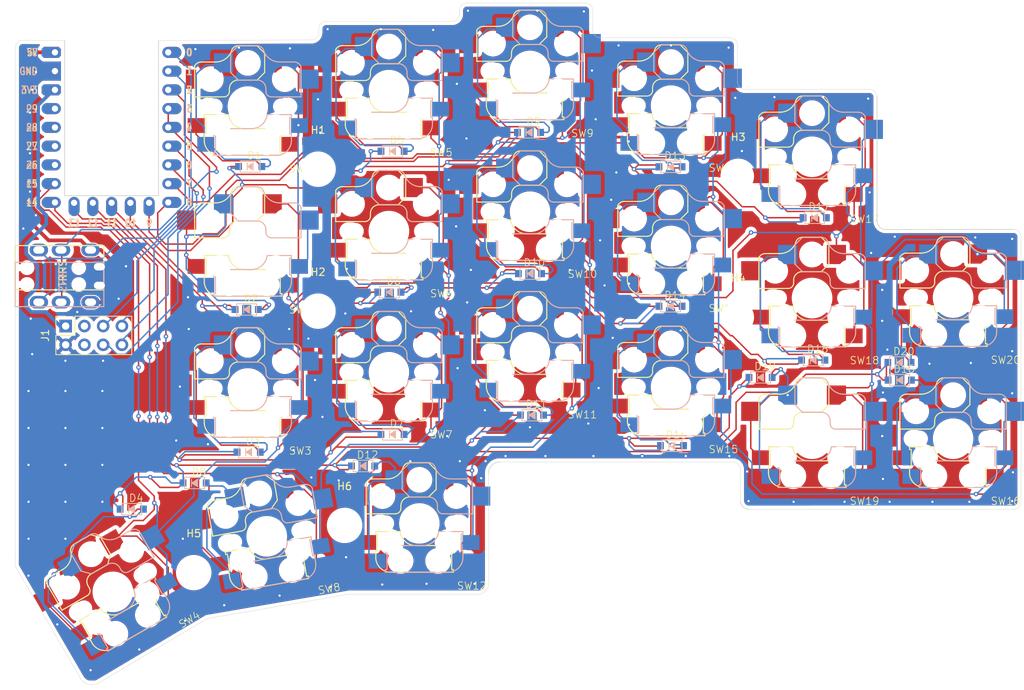
<source format=kicad_pcb>
(kicad_pcb (version 20241229) (generator "pcbnew") (generator_version "9.0")
  (layers (0 "F.Cu" signal) (2 "B.Cu" signal) (13 "F.Paste" user) (15 "B.Paste" user) (5 "F.SilkS" user "F.Silkscreen") (7 "B.SilkS" user "B.Silkscreen") (1 "F.Mask" user) (3 "B.Mask" user) (25 "Edge.Cuts" user))
  (net 0 "")
  (net 1 "Net-(D1-A)")
  (net 2 "ROW0")
  (net 3 "Net-(D2-A)")
  (net 4 "ROW1")
  (net 5 "ROW2")
  (net 6 "Net-(D3-A)")
  (net 7 "ROW3")
  (net 8 "Net-(D4-A)")
  (net 9 "Net-(D5-A)")
  (net 10 "Net-(D6-A)")
  (net 11 "Net-(D7-A)")
  (net 12 "Net-(D8-A)")
  (net 13 "Net-(D9-A)")
  (net 14 "Net-(D10-A)")
  (net 15 "Net-(D11-A)")
  (net 16 "Net-(D12-A)")
  (net 17 "Net-(D13-A)")
  (net 18 "Net-(D14-A)")
  (net 19 "Net-(D15-A)")
  (net 20 "Net-(D16-A)")
  (net 21 "Net-(D17-A)")
  (net 22 "Net-(D18-A)")
  (net 23 "Net-(D19-A)")
  (net 24 "Net-(D20-A)")
  (net 25 "COL0")
  (net 26 "COL1")
  (net 27 "COL2")
  (net 28 "COL3")
  (net 29 "COL4")
  (net 30 "GND")
  (net 31 "+5V")
  (net 32 "SDA_to_L")
  (net 33 "SCL_to_L")
  (net 34 "SDIO")
  (net 36 "NCS")
  (net 40 "MOT")
  (net 41 "SCLK")
  (net 42 "3.3V")
  (footprint "footprints:MX_socket" (layer "F.Cu") (at 108.559358 138.957293 -150)
    (property "Reference" "SW4")
    (property "Value" "SW_Push")
  )
  (footprint "footprints:MX_socket" (layer "F.Cu") (at 143.225 131.675 180)
    (property "Reference" "SW12")
    (property "Value" "SW_Push")
  )
  (footprint "footprints:MX_socket" (layer "F.Cu") (at 139.1 92.1 180)
    (property "Reference" "SW6")
    (property "Value" "SW_Push")
  )
  (footprint "footprints:1N4148W" (layer "F.Cu") (at 112.49 112.45)
    (property "Reference" "D8")
    (property "Value" "D")
  )
  (footprint "footprints:1N4148W" (layer "F.Cu") (at 139.29 105.88)
    (property "Reference" "D7")
    (property "Value" "D")
  )
  (footprint "footprints:MX_socket" (layer "F.Cu") (at 196.4 101.16 180)
    (property "Reference" "SW18")
    (property "Value" "SW_Push")
  )
  (footprint "footprints:MX_socket" (layer "F.Cu") (at 177.3 113.2 180)
    (property "Reference" "SW15")
    (property "Value" "SW_Push")
  )
  (footprint "footprints:1N4148W" (layer "F.Cu") (at 158.18 103.26)
    (property "Reference" "D11")
    (property "Value" "D")
  )
  (footprint "footprints:MX_socket" (layer "F.Cu") (at 158.2 108.5 180)
    (property "Reference" "SW11")
    (property "Value" "SW_Push")
  )
  (footprint "footprints:MX_socket" (layer "F.Cu") (at 196.4 82.02 180)
    (property "Reference" "SW17")
    (property "Value" "SW_Push")
  )
  (footprint "footprints:1N4148W" (layer "F.Cu") (at 138.86 86.61)
    (property "Reference" "D6")
    (property "Value" "D")
  )
  (footprint "footprints:1N4148W" (layer "F.Cu") (at 157.9 84.1)
    (property "Reference" "D10")
    (property "Value" "D")
  )
  (footprint "footprints:MX_socket" (layer "F.Cu") (at 120 113.4 180)
    (property "Reference" "SW3")
    (property "Value" "SW_Push")
  )
  (footprint "footprints:MX_socket" (layer "F.Cu") (at 124.94347 133.168268 -170)
    (property "Reference" "SW8")
    (property "Value" "SW_Push")
  )
  (footprint "footprints:1N4148W" (layer "F.Cu") (at 135.31 110.15)
    (property "Reference" "D12")
    (property "Value" "D")
  )
  (footprint "footprints:1N4148W" (layer "F.Cu") (at 177.14 107.4)
    (property "Reference" "D15")
    (property "Value" "D")
  )
  (footprint "footprints:1N4148W" (layer "F.Cu") (at 176.94 69.64)
    (property "Reference" "D13")
    (property "Value" "D")
  )
  (footprint "footprints:MX_socket" (layer "F.Cu") (at 120 94.3 180)
    (property "Reference" "SW2")
    (property "Value" "SW_Push")
  )
  (footprint "footprints:1N4148W" (layer "F.Cu") (at 103.98 115.99)
    (property "Reference" "D4")
    (property "Value" "D")
  )
  (footprint "footprints:1N4148W" (layer "F.Cu") (at 139.3 67.53)
    (property "Reference" "D5")
    (property "Value" "D")
  )
  (footprint "MountingHole:MountingHole_4.3mm_M4" (layer "F.Cu") (at 112.37 124.59)
    (property "Reference" "H5")
    (property "Value" "MountingHole")
  )
  (footprint "footprints:MX_socket" (layer "F.Cu") (at 177.3 75.1 180)
    (property "Reference" "SW13")
    (property "Value" "SW_Push")
  )
  (footprint "footprints:MX_socket" (layer "F.Cu") (at 177.3 94.1 180)
    (property "Reference" "SW14")
    (property "Value" "SW_Push")
  )
  (footprint "Connector_PinSocket_2.54mm:PinSocket_2x04_P2.54mm_Vertical" (layer "F.Cu") (at 95.03 91.2 90)
    (property "Reference" "J1")
    (property "Value" "Conn_02x04_Odd_Even")
  )
  (footprint "footprints:MX_socket" (layer "F.Cu") (at 215.5 101.1 180)
    (property "Reference" "SW20")
    (property "Value" "SW_Push")
  )
  (footprint "footprints:1N4148W" (layer "F.Cu") (at 119.54 88.96)
    (property "Reference" "D2")
    (property "Value" "D")
  )
  (footprint "footprints:1N4148W" (layer "F.Cu") (at 196.26 95.81)
    (property "Reference" "D18")
    (property "Value" "D")
  )
  (footprint "footprints:1N4148W" (layer "F.Cu") (at 196.46 76.53)
    (property "Reference" "D17")
    (property "Value" "D")
  )
  (footprint "footprints:MX_socket" (layer "F.Cu") (at 120 75.22 180)
    (property "Reference" "SW1")
    (property "Value" "SW_Push")
  )
  (footprint "footprints:1N4148W" (layer "F.Cu") (at 207.93 96.13)
    (property "Reference" "D20")
    (property "Value" "D")
  )
  (footprint "footprints:TRRS_PJ-320A" (layer "F.Cu") (at 88.2 83.3 90)
    (property "Reference" "J2")
    (property "Value" "AudioJack4" (hide yes))
  )
  (footprint "MountingHole:MountingHole_4.3mm_M4" (layer "F.Cu") (at 132.8 118.2)
    (property "Reference" "H6")
    (property "Value" "MountingHole")
  )
  (footprint "isw-kbd:RP2040-Zero-THT" (layer "F.Cu") (at 101.25 64.3)
    (property "Reference" "U2" (hide yes))
    (property "Value" "RP2040-Zero" (hide yes))
    (fp_line (start -6.35 -11.75) (end -6.35 9.25) (stroke (width 0.1)) (layer "Edge.Cuts"))
    (fp_line (start -6.35 9.25) (end 6.35 9.25) (stroke (width 0.1)) (layer "Edge.Cuts"))
    (fp_line (start 6.35 9.25) (end 6.35 -11.75) (stroke (width 0.1)) (layer "Edge.Cuts"))
  )
  (footprint "footprints:MX_socket" (layer "F.Cu") (at 139.1 73 180)
    (property "Reference" "SW5")
    (property "Value" "SW_Push")
  )
  (footprint "footprints:MX_socket" (layer "F.Cu") (at 158.21 89.46 180)
    (property "Reference" "SW10")
    (property "Value" "SW_Push")
  )
  (footprint "footprints:MX_socket" (layer "F.Cu") (at 158.2 70.4 180)
    (property "Reference" "SW9")
    (property "Value" "SW_Push")
  )
  (footprint "footprints:1N4148W" (layer "F.Cu") (at 176.94 88.52)
    (property "Reference" "D14")
    (property "Value" "D")
  )
  (footprint "footprints:1N4148W" (layer "F.Cu") (at 157.78 64.98)
    (property "Reference" "D9")
    (property "Value" "D")
  )
  (footprint "MountingHole:MountingHole_4.3mm_M4" (layer "F.Cu") (at 129.21 69.96)
    (property "Reference" "H1")
    (property "Value" "MountingHole")
  )
  (footprint "footprints:1N4148W" (layer "F.Cu") (at 120.02 69.6)
    (property "Reference" "D1")
    (property "Value" "D")
  )
  (footprint "MountingHole:MountingHole_4.3mm_M4" (layer "F.Cu") (at 186.1 90)
    (property "Reference" "H4")
    (property "Value" "MountingHole")
  )
  (footprint "footprints:MX_socket" (layer "F.Cu") (at 215.5 120.2 180)
    (property "Reference" "SW16")
    (property "Value" "SW_Push")
  )
  (footprint "MountingHole:MountingHole_4.3mm_M4" (layer "F.Cu") (at 129.21 89.19)
    (property "Reference" "H2")
    (property "Value" "MountingHole")
  )
  (footprint "footprints:1N4148W" (layer "F.Cu") (at 189.13 98.16)
    (property "Reference" "D19")
    (property "Value" "D")
  )
  (footprint "footprints:1N4148W" (layer "F.Cu") (at 207.97 98.52)
    (property "Reference" "D16")
    (property "Value" "D")
  )
  (footprint "footprints:MX_socket" (layer "F.Cu") (at 139.1 111.2 180)
    (property "Reference" "SW7")
    (property "Value" "SW_Push")
  )
  (footprint "MountingHole:MountingHole_4.3mm_M4" (layer "F.Cu") (at 186.1 70.92)
    (property "Reference" "H3")
    (property "Value" "MountingHole")
  )
  (footprint "footprints:1N4148W" (layer "F.Cu") (at 119.81 108.28)
    (property "Reference" "D3")
    (property "Value" "D")
  )
  (footprint "footprints:MX_socket" (layer "F.Cu") (at 196.4 120.2 180)
    (property "Reference" "SW19")
    (property "Value" "SW_Push")
  )
  (footprint "footprints:TRRS_PJ-320A" (layer "B.Cu") (at 88.2 85.57 -90)
    (property "Reference" "J3")
    (property "Value" "AudioJack4" (hide yes))
  )
  (gr_line (start 151.003553 127.503553) (end 133.403553 127.503553) (stroke (width 0.05)) (layer "Edge.Cuts"))
  (gr_arc (start 148.353554 48.953555) (mid 148.06066 49.660661) (end 147.353554 49.953555) (stroke (width 0.05)) (layer "Edge.Cuts"))
  (gr_line (start 185.396446 109.61066) (end 153.803553 109.603553) (stroke (width 0.05)) (layer "Edge.Cuts"))
  (gr_line (start 149.353554 47.453555) (end 165.403552 47.453555) (stroke (width 0.05)) (layer "Edge.Cuts"))
  (gr_arc (start 206.132574 78.132728) (mid 205.283826 77.823093) (end 204.903553 77.003553) (stroke (width 0.1)) (layer "Edge.Cuts"))
  (gr_arc (start 148.353554 48.453555) (mid 148.646447 47.746447) (end 149.353554 47.453555) (stroke (width 0.05)) (layer "Edge.Cuts"))
  (gr_arc (start 99.703553 139.403553) (mid 98.32071 139.742031) (end 97.103553 139.003553) (stroke (width 0.05)) (layer "Edge.Cuts"))
  (gr_line (start 186.396446 110.61066) (end 186.403553 114.905025) (stroke (width 0.05)) (layer "Edge.Cuts"))
  (gr_arc (start 185.003553 52.153556) (mid 185.701447 52.455661) (end 186.003553 53.153555) (stroke (width 0.05)) (layer "Edge.Cuts"))
  (gr_line (start 88.2 122.403553) (end 88.207096 53.51066) (stroke (width 0.05)) (layer "Edge.Cuts"))
  (gr_line (start 152.303553 111.103553) (end 152.303553 125.903553) (stroke (width 0.05)) (layer "Edge.Cuts"))
  (gr_arc (start 187.003553 59.153555) (mid 186.296446 58.860662) (end 186.003553 58.153555) (stroke (width 0.05)) (layer "Edge.Cuts"))
  (gr_arc (start 223.396442 78.110715) (mid 224.106856 78.406879) (end 224.396442 79.12) (stroke (width 0.05)) (layer "Edge.Cuts"))
  (gr_line (start 148.353554 48.953555) (end 148.353554 48.453555) (stroke (width 0.05)) (layer "Edge.Cuts"))
  (gr_arc (start 152.303553 125.903553) (mid 151.984924 126.972792) (end 151.003553 127.503553) (stroke (width 0.05)) (layer "Edge.Cuts"))
  (gr_line (start 166.403552 48.453555) (end 166.403552 51.153555) (stroke (width 0.05)) (layer "Edge.Cuts"))
  (gr_arc (start 167.403552 52.153555) (mid 166.696445 51.860662) (end 166.403552 51.153555) (stroke (width 0.05)) (layer "Edge.Cuts"))
  (gr_line (start 224.39644 79.124556) (end 224.396444 114.996444) (stroke (width 0.05)) (layer "Edge.Cuts"))
  (gr_line (start 187.003553 59.153555) (end 203.896439 59.153533) (stroke (width 0.05)) (layer "Edge.Cuts"))
  (gr_line (start 107.6 52.55) (end 128.3036 52.45355) (stroke (width 0.05)) (layer "Edge.Cuts"))
  (gr_arc (start 129.303554 50.953555) (mid 129.596447 50.246447) (end 130.303554 49.953555) (stroke (width 0.05)) (layer "Edge.Cuts"))
  (gr_arc (start 224.396446 114.996444) (mid 224.103556 115.703554) (end 223.396446 115.996446) (stroke (width 0.05)) (layer "Edge.Cuts"))
  (gr_line (start 129.303554 51.45355) (end 129.303554 50.953555) (stroke (width 0.05)) (layer "Edge.Cuts"))
  (gr_line (start 133.403553 127.503553) (end 114.203553 130.803553) (stroke (width 0.05)) (layer "Edge.Cuts"))
  (gr_line (start 88.2 123.7) (end 97.103553 139.003553) (stroke (width 0.05)) (layer "Edge.Cuts"))
  (gr_arc (start 129.303554 51.45355) (mid 129.010662 52.160659) (end 128.303554 52.45355) (stroke (width 0.05)) (layer "Edge.Cuts"))
  (gr_arc (start 152.303553 111.103553) (mid 152.742893 110.042893) (end 153.803553 109.603553) (stroke (width 0.1)) (layer "Edge.Cuts"))
  (gr_arc (start 203.896439 59.153533) (mid 204.603562 59.44642) (end 204.896439 60.153533) (stroke (width 0.05)) (layer "Edge.Cuts"))
  (gr_line (start 167.403552 52.153555) (end 185.003553 52.153555) (stroke (width 0.05)) (layer "Edge.Cuts"))
  (gr_line (start 186.003553 53.153555) (end 186.003553 58.153555) (stroke (width 0.05)) (layer "Edge.Cuts"))
  (gr_arc (start 165.403552 47.453555) (mid 166.110659 47.746448) (end 166.403552 48.453555) (stroke (width 0.05)) (layer "Edge.Cuts"))
  (gr_line (start 204.896439 60.153533) (end 204.903553 77.003553) (stroke (width 0.1)) (layer "Edge.Cuts"))
  (gr_arc (start 185.396446 109.61066) (mid 186.103555 109.903551) (end 186.396446 110.61066) (stroke (width 0.05)) (layer "Edge.Cuts"))
  (gr_line (start 89.207095 52.51066) (end 94.9 52.55) (stroke (width 0.05)) (layer "Edge.Cuts"))
  (gr_line (start 130.303554 49.953555) (end 147.353554 49.953555) (stroke (width 0.05)) (layer "Edge.Cuts"))
  (gr_line (start 206.132574 78.132728) (end 223.396442 78.110664) (stroke (width 0.1)) (layer "Edge.Cuts"))
  (gr_line (start 114.203553 130.803553) (end 99.703553 139.403553) (stroke (width 0.05)) (layer "Edge.Cuts"))
  (gr_line (start 223.396446 115.996446) (end 187.603509 116.003553) (stroke (width 0.05)) (layer "Edge.Cuts"))
  (gr_arc (start 88.207095 53.51066) (mid 88.5 52.803565) (end 89.207095 52.51066) (stroke (width 0.05)) (layer "Edge.Cuts"))
  (gr_line (start 88.2 122.403553) (end 88.2 123.7) (stroke (width 0.05)) (layer "Edge.Cuts"))
  (gr_arc (start 187.6 116.003573) (mid 186.775554 115.701178) (end 186.405176 114.904953) (stroke (width 0.1)) (layer "Edge.Cuts"))
  (segment (start 116.274 68.824) (end 120.819 68.824) (width 0.2) (layer "F.Cu") (net 1))
  (segment (start 120.819 68.824) (end 121.175 69.18) (width 0.2) (layer "F.Cu") (net 1))
  (segment (start 112.7 64.05) (end 112.7 65.25) (width 0.2) (layer "F.Cu") (net 1))
  (segment (start 112.7 65.25) (end 116.274 68.824) (width 0.2) (layer "F.Cu") (net 1))
  (segment (start 112.7 64.05) (end 112.7 58.47) (width 0.2) (layer "F.Cu") (net 1))
  (segment (start 112.7 58.47) (end 112 57.77) (width 0.2) (layer "F.Cu") (net 1))
  (segment (start 121.595 69.6) (end 121.81 69.6) (width 0.2) (layer "F.Cu") (net 1))
  (segment (start 116.53 68.62) (end 114.5 66.59) (width 0.2) (layer "B.Cu") (net 1))
  (segment (start 122.74 69.31) (end 122.74 68.94) (width 0.2) (layer "B.Cu") (net 1))
  (segment (start 113.79 64.273836) (end 113.79 66.38) (width 0.2) (layer "B.Cu") (net 1))
  (segment (start 122.74 68.94) (end 122.42 68.62) (width 0.2) (layer "B.Cu") (net 1))
  (segment (start 114.5 66.59) (end 114 66.59) (width 0.2) (layer "B.Cu") (net 1))
  (segment (start 113.98 55.82) (end 112.71 57.09) (width 0.2) (layer "B.Cu") (net 1))
  (segment (start 112.71 57.09) (end 112.71 63.193836) (width 0.2) (layer "B.Cu") (net 1))
  (segment (start 112.71 63.193836) (end 113.79 64.273836) (width 0.2) (layer "B.Cu") (net 1))
  (segment (start 121.594809 69.596369) (end 122.453631 69.596369) (width 0.2) (layer "B.Cu") (net 1))
  (segment (start 122.453631 69.596369) (end 122.74 69.31) (width 0.2) (layer "B.Cu") (net 1))
  (segment (start 116.2 55.82) (end 113.98 55.82) (width 0.2) (layer "B.Cu") (net 1))
  (segment (start 113.79 66.38) (end 114 66.59) (width 0.2) (layer "B.Cu") (net 1))
  (segment (start 122.42 68.62) (end 116.53 68.62) (width 0.2) (layer "B.Cu") (net 1))
  (segment (start 188.289 75.049) (end 186.649 75.049) (width 0.2) (layer "F.Cu") (net 2))
  (segment (start 146.7 69) (end 146.1 69.6) (width 0.2) (layer "F.Cu") (net 2))
  (segment (start 135.544065 69.6) (end 134.968447 70.175618) (width 0.2) (layer "F.Cu") (net 2))
  (segment (start 106.33 78.45) (end 108.85 80.97) (width 0.2) (layer "F.Cu") (net 2))
  (segment (start 171.995 69.955) (end 171.985 69.955) (width 0.2) (layer "F.Cu") (net 2))
  (segment (start 133.324382 70.175618) (end 134.968447 70.175618) (width 0.2) (layer "F.Cu") (net 2))
  (segment (start 146.9 68.8) (end 153.9 68.8) (width 0.2) (layer "F.Cu") (net 2))
  (segment (start 117.43 69.6) (end 117.21 69.82) (width 0.2) (layer "F.Cu") (net 2))
  (segment (start 183.21 71.61) (end 173.65 71.61) (width 0.2) (layer "F.Cu") (net 2))
  (segment (start 118.445 69.6) (end 117.43 69.6) (width 0.2) (layer "F.Cu") (net 2))
  (segment (start 172.55 69.39) (end 171.985 69.955) (width 0.2) (layer "F.Cu") (net 2))
  (segment (start 146.7 69) (end 146.9 68.8) (width 0.2) (layer "F.Cu") (net 2))
  (segment (start 156.205 64.98) (end 154.92 64.98) (width 0.2) (layer "F.Cu") (net 2))
  (segment (start 166.232 68.932) (end 170.962 68.932) (width 0.2) (layer "F.Cu") (net 2))
  (segment (start 125.31 72.5) (end 131 72.5) (width 0.2) (layer "F.Cu") (net 2))
  (segment (start 111.940108 80.97) (end 113.799108 79.111) (width 0.2) (layer "F.Cu") (net 2))
  (segment (start 124.88 72.07) (end 125.31 72.5) (width 0.2) (layer "F.Cu") (net 2))
  (segment (start 115.7461 79.111) (end 117.66 77.1971) (width 0.2) (layer "F.Cu") (net 2))
  (segment (start 118.93 72.55) (end 118.93 72.07) (width 0.2) (layer "F.Cu") (net 2))
  (segment (start 106.33 74.51) (end 106.33 78.45) (width 0.2) (layer "F.Cu") (net 2))
  (segment (start 170.962 68.932) (end 171.985 69.955) (width 0.2) (layer "F.Cu") (net 2))
  (segment (start 164.2 66.9) (end 166.232 68.932) (width 0.2) (layer "F.Cu") (net 2))
  (segment (start 113.799108 79.111) (end 115.7461 79.111) (width 0.2) (layer "F.Cu") (net 2))
  (segment (start 186.649 75.049) (end 183.21 71.61) (width 0.2) (layer "F.Cu") (net 2))
  (segment (start 117.66 73.82) (end 118.93 72.55) (width 0.2) (layer "F.Cu") (net 2))
  (segment (start 154.92 64.98) (end 153.58 66.32) (width 0.2) (layer "F.Cu") (net 2))
  (segment (start 189.77 76.53) (end 194.885 76.53) (width 0.2) (layer "F.Cu") (net 2))
  (segment (start 108.85 80.97) (end 111.940108 80.97) (width 0.2) (layer "F.Cu") (net 2))
  (segment (start 117.66 77.1971) (end 117.66 73.82) (width 0.2) (layer "F.Cu") (net 2))
  (segment (start 118.93 72.07) (end 124.88 72.07) (width 0.2) (layer "F.Cu") (net 2))
  (segment (start 155.8 66.9) (end 164.2 66.9) (width 0.2) (layer "F.Cu") (net 2))
  (segment (start 136.35 67.53) (end 137.725 67.53) (width 0.2) (layer "F.Cu") (net 2))
  (segment (start 175.365 69.64) (end 175.115 69.39) (width 0.2) (layer "F.Cu") (net 2))
  (segment (start 175.115 69.39) (end 172.55 69.39) (width 0.2) (layer "F.Cu") (net 2))
  (segment (start 131 72.5) (end 133.324382 70.175618) (width 0.2) (layer "F.Cu") (net 2))
  (segment (start 173.65 71.61) (end 171.995 69.955) (width 0.2) (layer "F.Cu") (net 2))
  (segment (start 153.9 68.8) (end 155.8 66.9) (width 0.2) (layer "F.Cu") (net 2))
  (segment (start 146.1 69.6) (end 135.544065 69.6) (width 0.2) (layer "F.Cu") (net 2))
  (segment (start 189.77 76.53) (end 188.289 75.049) (width 0.2) (layer "F.Cu") (net 2))
  (via (at 189.77 76.53) (size 0.6) (drill 0.3) (layers "F.Cu" "B.Cu") (net 2))
  (via (at 134.968447 70.175618) (size 0.6) (drill 0.3) (layers "F.Cu" "B.Cu") (net 2))
  (via (at 171.985 69.955) (size 0.6) (drill 0.3) (layers "F.Cu" "B.Cu") (net 2))
  (via (at 153.58 66.32) (size 0.6) (drill 0.3) (layers "F.Cu" "B.Cu") (net 2))
  (via (at 146.7 69) (size 0.6) (drill 0.3) (layers "F.Cu" "B.Cu") (net 2))
  (via (at 136.35 67.53) (size 0.6) (drill 0.3) (layers "F.Cu" "B.Cu") (net 2))
  (via (at 118.93 72.07) (size 0.6) (drill 0.3) (layers "F.Cu" "B.Cu") (net 2))
  (via (at 117.21 69.82) (size 0.6) (drill 0.3) (layers "F.Cu" "B.Cu") (net 2))
  (segment (start 146.7 69) (end 147 69.3) (width 0.2) (layer "B.Cu") (net 2))
  (segment (start 175.25 69.7) (end 174.995 69.955) (width 0.2) (layer "B.Cu") (net 2))
  (segment (start 189.77 76.53) (end 189.77 76.58) (width 0.2) (layer "B.Cu") (net 2))
  (segment (start 117.21 69.82) (end 118.93 71.54) (width 0.2) (layer "B.Cu") (net 2))
  (segment (start 136.353631 67.526369) (end 137.724809 67.526369) (width 0.2) (layer "B.Cu") (net 2))
  (segment (start 118.221178 69.82) (end 118.444809 69.596369) (width 0.2) (layer "B.Cu") (net 2))
  (segment (start 174.995 69.955) (end 171.985 69.955) (width 0.2) (layer "B.Cu") (net 2))
  (segment (start 136.35 67.53) (end 136.353631 67.526369) (width 0.2) (layer "B.Cu") (net 2))
  (segment (start 153.58 66.32) (end 155.37 66.32) (width 0.2) (layer "B.Cu") (net 2))
  (segment (start 136.31 68.834065) (end 134.968447 70.175618) (width 0.2) (layer "B.Cu") (net 2))
  (segment (start 134.968447 70.175618) (end 134.968447 69.971553) (width 0.2) (layer "B.Cu") (net 2))
  (segment (start 194.7 77.1) (end 195 76.8) (width 0.2) (layer "B.Cu") (net 2))
  (segment (start 118.93 71.54) (end 118.93 72.07) (width 0.2) (layer "B.Cu") (net 2))
  (segment (start 136.31 67.57) (end 136.31 68.834065) (width 0.2) (layer "B.Cu") (net 2))
  (segment (start 155.37 66.32) (end 156.204809 65.485191) (width 0.2) (layer "B.Cu") (net 2))
  (segment (start 189.77 76.58) (end 190.29 77.1) (width 0.2) (layer "B.Cu") (net 2))
  (segment (start 136.35 67.53) (end 136.31 67.57) (width 0.2) (layer "B.Cu") (net 2))
  (segment (start 156.204809 65.485191) (end 156.204809 64.976369) (width 0.2) (layer "B.Cu") (net 2))
  (segment (start 117.21 69.82) (end 118.221178 69.82) (width 0.2) (layer "B.Cu") (net 2))
  (segment (start 190.29 77.1) (end 194.7 77.1) (width 0.2) (layer "B.Cu") (net 2))
  (segment (start 147 69.3) (end 150.6 69.3) (width 0.2) (layer "B.Cu") (net 2))
  (segment (start 150.6 69.3) (end 153.58 66.32) (width 0.2) (layer "B.Cu") (net 2))
  (segment (start 121.55 88.96) (end 122.19 88.32) (width 0.2) (layer "F.Cu") (net 3))
  (segment (start 111.4 79.07) (end 111.4 76.85) (width 0.2) (layer "F.Cu") (net 3))
  (segment (start 111.36 81.79) (end 112.7 83.13) (width 0.2) (layer "F.Cu") (net 3))
  (segment (start 111.021 76.39) (end 110.72 76.691) (width 0.2) (layer "F.Cu") (net 3))
  (segment (start 111.36 79.11) (end 111.4 79.07) (width 0.2) (layer "F.Cu") (net 3))
  (segment (start 122.19 88.32) (end 122.56 88.32) (width 0.2) (layer "F.Cu") (net 3))
  (segment (start 111.36 81.57) (end 111.36 81.79) (width 0.2) (layer "F.Cu") (net 3))
  (segment (start 121.115 88.96) (end 121.55 88.96) (width 0.2) (layer "F.Cu") (net 3))
  (via (at 111.36 79.11) (size 0.6) (drill 0.3) (layers "F.Cu" "B.Cu") (net 3))
  (via (at 122.56 88.32) (size 0.6) (drill 0.3) (layers "F.Cu" "B.Cu") (net 3))
  (via (at 111.36 81.57) (size 0.6) (drill 0.3) (layers "F.Cu" "B.Cu") (net 3))
  (segment (start 115.611 87.731) (end 121.971 87.731) (width 0.2) (layer "B.Cu") (net 3))
  (segment (start 116.62 77.84) (end 116.62 75.2) (width 0.2) (layer "B.Cu") (net 3))
  (segment (start 111.36 79.11) (end 111.36 81.57) (width 0.2) (layer "B.Cu") (net 3))
  (segment (start 122.203631 88.956369) (end 122.56 88.6) (width 0.2) (layer "B.Cu") (net 3))
  (segment (start 111.36 83.48) (end 115.611 87.731) (width 0.2) (layer "B.Cu") (net 3))
  (segment (start 111.36 81.57) (end 111.36 83.48) (width 0.2) (layer "B.Cu") (net 3))
  (segment (start 111.69 78.87) (end 115.59 78.87) (width 0.2) (layer "B.Cu") (net 3))
  (segment (start 121.971 87.731) (end 122.56 88.32) (width 0.2) (layer "B.Cu") (net 3))
  (segment (start 122.56 88.6) (end 122.56 88.32) (width 0.2) (layer "B.Cu") (net 3))
  (segment (start 121.114809 88.956369) (end 122.203631 88.956369) (width 0.2) (layer "B.Cu") (net 3))
  (segment (start 111.36 79.11) (end 111.45 79.11) (width 0.2) (layer "B.Cu") (net 3))
  (segment (start 111.45 79.11) (end 111.69 78.87) (width 0.2) (layer "B.Cu") (net 3))
  (segment (start 115.59 78.87) (end 116.62 77.84) (width 0.2) (layer "B.Cu") (net 3))
  (segment (start 194.145 96.35) (end 190.08 96.35) (width 0.2) (layer "F.Cu") (net 4))
  (segment (start 155.805 83.58) (end 154.63 83.58) (width 0.2) (layer "F.Cu") (net 4))
  (segment (start 175.365 88.52) (end 172.48 88.52) (width 0.2) (layer "F.Cu") (net 4))
  (segment (start 113.53 88.46) (end 115.93 90.86) (width 0.2) (layer "F.Cu") (net 4))
  (segment (start 130.49 86.56) (end 132.03 88.1) (width 0.2) (layer "F.Cu") (net 4))
  (segment (start 156.325 84.1) (end 155.805 83.58) (width 0.2) (layer "F.Cu") (net 4))
  (segment (start 134.94 88.1) (end 141.53 88.1) (width 0.2) (layer "F.Cu") (net 4))
  (segment (start 188.77 95.04) (end 189.67 95.94) (width 0.2) (layer "F.Cu") (net 4))
  (segment (start 170.15 90.85) (end 183.413052 90.85) (width 0.2) (layer "F.Cu") (net 4))
  (segment (start 168.65 90.85) (end 170.15 90.85) (width 0.2) (layer "F.Cu") (net 4))
  (segment (start 117.85 88.96) (end 117.965 88.96) (width 0.2) (layer "F.Cu") (net 4))
  (segment (start 185.301 92.501) (end 187.84 95.04) (width 0.2) (layer "F.Cu") (net 4))
  (segment (start 115.93 90.86) (end 123.73 90.86) (width 0.2) (layer "F.Cu") (net 4))
  (segment (start 154.63 83.58) (end 154.13 84.08) (width 0.2) (layer "F.Cu") (net 4))
  (segment (start 116.67 88.39) (end 117.28 88.39) (width 0.2) (layer "F.Cu") (net 4))
  (segment (start 163.83 86.03) (end 168.65 90.85) (width 0.2) (layer "F.Cu") (net 4))
  (segment (start 123.73 90.86) (end 128.03 86.56) (width 0.2) (layer "F.Cu") (net 4))
  (segment (start 137.285 86.61) (end 136.43 86.61) (width 0.2) (layer "F.Cu") (net 4))
  (segment (start 143.6 86.03) (end 152.05 86.03) (width 0.2) (layer "F.Cu") (net 4))
  (segment (start 116.6 88.46) (end 116.67 88.39) (width 0.2) (layer "F.Cu") (net 4))
  (segment (start 152.05 86.03) (end 163.83 86.03) (width 0.2) (layer "F.Cu") (net 4))
  (segment (start 113.53 88.46) (end 113.53 87.43) (width 0.2) (layer "F.Cu") (net 4))
  (segment (start 190.08 96.35) (end 189.67 95.94) (width 0.2) (layer "F.Cu") (net 4))
  (segment (start 194.685 95.81) (end 194.145 96.35) (width 0.2) (layer "F.Cu") (net 4))
  (segment (start 136.43 86.61) (end 134.94 88.1) (width 0.2) (layer "F.Cu") (net 4))
  (segment (start 141.53 88.1) (end 143.6 86.03) (width 0.2) (layer "F.Cu") (net 4))
  (segment (start 185.064052 92.501) (end 185.301 92.501) (width 0.2) (layer "F.Cu") (net 4))
  (segment (start 183.413052 90.85) (end 185.064052 92.501) (width 0.2) (layer "F.Cu") (net 4))
  (segment (start 117.28 88.39) (end 117.85 88.96) (width 0.2) (layer "F.Cu") (net 4))
  (segment (start 128.03 86.56) (end 130.49 86.56) (width 0.2) (layer "F.Cu") (net 4))
  (segment (start 113.53 87.43) (end 101.765 75.665) (width 0.2) (layer "F.Cu") (net 4))
  (segment (start 187.84 95.04) (end 188.77 95.04) (width 0.2) (layer "F.Cu") (net 4))
  (segment (start 132.03 88.1) (end 134.94 88.1) (width 0.2) (layer "F.Cu") (net 4))
  (segment (start 172.48 88.52) (end 170.15 90.85) (width 0.2) (layer "F.Cu") (net 4))
  (via (at 152.05 86.03) (size 0.6) (drill 0.3) (layers "F.Cu" "B.Cu") (net 4))
  (via (at 116.6 88.46) (size 0.6) (drill 0.3) (layers "F.Cu" "B.Cu") (net 4))
  (via (at 170.15 90.85) (size 0.6) (drill 0.3) (layers "F.Cu" "B.Cu") (net 4))
  (via (at 154.13 84.08) (size 0.6) (drill 0.3) (layers "F.Cu" "B.Cu") (net 4))
  (via (at 134.94 88.1) (size 0.6) (drill 0.3) (layers "F.Cu" "B.Cu") (net 4))
  (via (at 189.67 95.94) (size 0.6) (drill 0.3) (layers "F.Cu" "B.Cu") (net 4))
  (via (at 113.53 88.46) (size 0.6) (drill 0.3) (layers "F.Cu" "B.Cu") (net 4))
  (segment (start 152.18 86.03) (end 152.05 86.03) (width 0.2) (layer "B.Cu") (net 4))
  (segment (start 116.6 88.67) (end 116.886369 88.956369) (width 0.2) (layer "B.Cu") (net 4))
  (segment (start 113.53 88.46) (end 116.6 88.46) (width 0.2) (layer "B.Cu") (net 4))
  (segment (start 194.72 95.62) (end 189.99 95.62) (width 0.2) (layer "B.Cu") (net 4))
  (segment (start 172.58 90.85) (end 174.913631 88.516369) (width 0.2) (layer "B.Cu") (net 4))
  (segment (start 170.15 90.85) (end 172.58 90.85) (width 0.2) (layer "B.Cu") (net 4))
  (segment (start 154.13 84.08) (end 152.18 86.03) (width 0.2) (layer "B.Cu") (net 4))
  (segment (start 189.99 95.62) (end 189.67 95.94) (width 0.2) (layer "B.Cu") (net 4))
  (segment (start 136.06 88.1) (end 137.284809 86.875191) (width 0.2) (layer "B.Cu") (net 4))
  (segment (start 154.146369 84.096369) (end 154.13 84.08) (width 0.2) (layer "B.Cu") (net 4))
  (segment (start 134.94 88.1) (end 136.06 88.1) (width 0.2) (layer "B.Cu") (net 4))
  (segment (start 116.886369 88.956369) (end 117.964809 88.956369) (width 0.2) (layer "B.Cu") (net 4))
  (segment (start 156.324809 84.096369) (end 154.146369 84.096369) (width 0.2) (layer "B.Cu") (net 4))
  (segment (start 116.6 88.46) (end 116.6 88.67) (width 0.2) (layer "B.Cu") (net 4))
  (segment (start 195 95.9) (end 194.72 95.62) (width 0.2) (layer "B.Cu") (net 4))
  (segment (start 174.913631 88.516369) (end 175.364809 88.516369) (width 0.2) (layer "B.Cu") (net 4))
  (segment (start 137.284809 86.875191) (end 137.284809 86.606369) (width 0.2) (layer "B.Cu") (net 4))
  (segment (start 183.45 106.4) (end 150.33 106.4) (width 0.2) (layer "F.Cu") (net 5))
  (segment (start 100.47 76.7) (end 98.71 74.94) (width 0.2) (layer "F.Cu") (net 5))
  (segment (start 137.715 105.88) (end 137.355 106.24) (width 0.2) (layer "F.Cu") (net 5))
  (segment (start 184.89 104.96) (end 183.45 106.4) (width 0.2) (layer "F.Cu") (net 5))
  (segment (start 98.71 74.94) (end 98.71 74.51) (width 0.2) (layer "F.Cu") (net 5))
  (segment (start 171.32 106.7) (end 172.07 107.45) (width 0.2) (layer "F.Cu") (net 5))
  (segment (start 118.235 108.28) (end 117.875 108.64) (width 0.2) (layer "F.Cu") (net 5))
  (segment (start 150.03 106.7) (end 149.15 107.58) (width 0.2) (layer "F.Cu") (net 5))
  (segment (start 110.46 109.33) (end 108.61 107.48) (width 0.2) (layer "F.Cu") (net 5))
  (segment (start 131.64 107.58) (end 130.92 108.3) (width 0.2) (layer "F.Cu") (net 5))
  (segment (start 108.61 83.51) (end 101.8 76.7) (width 0.2) (layer "F.Cu") (net 5))
  (segment (start 184.89 100.74) (end 184.89 104.96) (width 0.2) (layer "F.Cu") (net 5))
  (segment (start 110.47 109.33) (end 110.46 109.33) (width 0.2) (layer "F.Cu") (net 5))
  (segment (start 130.92 108.3) (end 129.89 109.33) (width 0.2) (layer "F.Cu") (net 5))
  (segment (start 108.61 92.6) (end 108.61 83.51) (width 0.2) (layer "F.Cu") (net 5))
  (segment (start 149.15 107.58) (end 131.64 107.58) (width 0.2) (layer "F.Cu") (net 5))
  (segment (start 156.605 103.26) (end 153.47 103.26) (width 0.2) (layer "F.Cu") (net 5))
  (segment (start 187.47 98.16) (end 186.26 99.37) (width 0.2) (layer "F.Cu") (net 5))
  (segment (start 172.07 107.45) (end 175.375 107.45) (width 0.2) (layer "F.Cu") (net 5))
  (segment (start 175.425 107.4) (end 175.565 107.4) (width 0.2) (layer "F.Cu") (net 5))
  (segment (start 187.555 98.16) (end 187.47 98.16) (width 0.2) (layer "F.Cu") (net 5))
  (segment (start 132.98 106.24) (end 130.92 108.3) (width 0.2) (layer "F.Cu") (net 5))
  (segment (start 108.61 107.48) (end 108.61 103.6) (width 0.2) (layer "F.Cu") (net 5))
  (segment (start 129.89 109.33) (end 110.46 109.33) (width 0.2) (layer "F.Cu") (net 5))
  (segment (start 111.16 108.64) (end 110.47 109.33) (width 0.2) (layer "F.Cu") (net 5))
  (segment (start 137.355 106.24) (end 132.98 106.24) (width 0.2) (layer "F.Cu") (net 5))
  (segment (start 171.32 106.4) (end 171.32 106.7) (width 0.2) (layer "F.Cu") (net 5))
  (segment (start 101.8 76.7) (end 100.47 76.7) (width 0.2) (layer "F.Cu") (net 5))
  (segment (start 186.26 99.37) (end 184.89 100.74) (width 0.2) (layer "F.Cu") (net 5))
  (segment (start 117.875 108.64) (end 111.16 108.64) (width 0.2) (layer "F.Cu") (net 5))
  (segment (start 150.33 106.4) (end 150.03 106.7) (width 0.2) (layer "F.Cu") (net 5))
  (segment (start 153.47 103.26) (end 150.03 106.7) (width 0.2) (layer "F.Cu") (net 5))
  (segment (start 175.375 107.45) (end 175.425 107.4) (width 0.2) (layer "F.Cu") (net 5))
  (via (at 171.32 106.4) (size 0.6) (drill 0.3) (layers "F.Cu" "B.Cu") (net 5))
  (via (at 108.61 103.6) (size 0.6) (drill 0.3) (layers "F.Cu" "B.Cu") (net 5))
  (via (at 130.92 108.3) (size 0.6) (drill 0.3) (layers "F.Cu" "B.Cu") (net 5))
  (via (at 110.46 109.33) (size 0.6) (drill 0.3) (layers "F.Cu" "B.Cu") (net 5))
  (via (at 108.61 92.6) (size 0.6) (drill 0.3) (layers "F.Cu" "B.Cu") (net 5))
  (via (at 186.26 99.37) (size 0.6) (drill 0.3) (layers "F.Cu" "B.Cu") (net 5))
  (via (at 150.03 106.7) (size 0.6) (drill 0.3) (layers "F.Cu" "B.Cu") (net 5))
  (segment (start 118.2 108.2) (end 118.4 108) (width 0.2) (layer "B.Cu") (net 5))
  (segment (start 132.72 105.47) (end 130.92 107.27) (width 0.2) (layer "B.Cu") (net 5))
  (segment (start 154.24 105.49) (end 156.52 103.21) (width 0.2) (layer "B.Cu") (net 5))
  (segment (start 130.92 107.27) (end 130.92 108.3) (width 0.2) (layer "B.Cu") (net 5))
  (segment (start 171.32 106.4) (end 171.32 107.31) (width 0.2) (layer "B.Cu") (net 5))
  (segment (start 111.19 108.2) (end 118.2 108.2) (width 0.2) (layer "B.Cu") (net 5))
  (segment (start 150.03 106.7) (end 151.24 105.49) (width 0.2) (layer "B.Cu") (net 5))
  (segment (start 172.04 108.03) (end 175.42 108.03) (width 0.2) (layer "B.Cu") (net 5))
  (segment (start 137.47 105.47) (end 132.72 105.47) (width 0.2) (layer "B.Cu") (net 5))
  (segment (start 186.26 99.37) (end 187.05 99.37) (width 0.2) (layer "B.Cu") (net 5))
  (segment (start 110.46 108.93) (end 111.19 108.2) (width 0.2) (layer "B.Cu") (net 5))
  (segment (start 175.42 108.03) (end 175.75 107.7) (width 0.2) (layer "B.Cu") (net 5))
  (segment (start 171.32 107.31) (end 172.04 108.03) (width 0.2) (layer "B.Cu") (net 5))
  (segment (start 187.05 99.37) (end 187.55 98.87) (width 0.2) (layer "B.Cu") (net 5))
  (segment (start 151.24 105.49) (end 154.24 105.49) (width 0.2) (layer "B.Cu") (net 5))
  (segment (start 187.55 98.87) (end 187.55 98.3) (width 0.2) (layer "B.Cu") (net 5))
  (segment (start 137.8 105.8) (end 137.47 105.47) (width 0.2) (layer "B.Cu") (net 5))
  (segment (start 108.61 103.6) (end 108.61 92.6) (width 0.2) (layer "B.Cu") (net 5))
  (segment (start 110.46 109.33) (end 110.46 108.93) (width 0.2) (layer "B.Cu") (net 5))
  (segment (start 112.7 102.23) (end 112.7 97.25) (width 0.2) (layer "F.Cu") (net 6))
  (segment (start 121.385 108.28) (end 121.385 108.195) (width 0.2) (layer "F.Cu") (net 6))
  (segment (start 116.1 107.32) (end 120.425 107.32) (width 0.2) (layer "F.Cu") (net 6))
  (segment (start 112.7 102.23) (end 112.7 103.92) (width 0.2) (layer "F.Cu") (net 6))
  (segment (start 112.7 103.92) (end 116.1 107.32) (width 0.2) (layer "F.Cu") (net 6))
  (segment (start 120.425 107.32) (end 121.385 108.28) (width 0.2) (layer "F.Cu") (net 6))
  (segment (start 112.7 97.25) (end 111.4 95.95) (width 0.2) (layer "F.Cu") (net 6))
  (segment (start 115.79 107.01) (end 112.4 103.62) (width 0.2) (layer "B.Cu") (net 6))
  (segment (start 122.01 107.01) (end 120.56 107.01) (width 0.2) (layer "B.Cu") (net 6))
  (segment (start 112.4 95.48) (end 113.88 94) (width 0.2) (layer "B.Cu") (net 6))
  (segment (start 121.923631 108.276369) (end 122.29 107.91) (width 0.2) (layer "B.Cu") (net 6))
  (segment (start 122.29 107.29) (end 122.01 107.01) (width 0.2) (layer "B.Cu") (net 6))
  (segment (start 121.384809 108.276369) (end 121.923631 108.276369) (width 0.2) (layer "B.Cu") (net 6))
  (segment (start 113.88 94) (end 116.2 94) (width 0.2) (layer "B.Cu") (net 6))
  (segment (start 112.4 103.62) (end 112.4 95.48) (width 0.2) (layer "B.Cu") (net 6))
  (segment (start 120.56 107.01) (end 115.79 107.01) (width 0.2) (layer "B.Cu") (net 6))
  (segment (start 122.29 107.91) (end 122.29 107.29) (width 0.2) (layer "B.Cu") (net 6))
  (segment (start 203.286 97.726) (end 203.29 97.73) (width 0.2) (layer "F.Cu") (net 7))
  (segment (start 96.17 75.56) (end 96.17 74.51) (width 0.2) (layer "F.Cu") (net 7))
  (segment (start 192.351057 100.149) (end 192.551057 99.949) (width 0.2) (layer "F.Cu") (net 7))
  (segment (start 97.31 76.7) (end 96.17 75.56) (width 0.2) (layer "F.Cu") (net 7))
  (segment (start 193.049972 99.950028) (end 195.274 97.726) (width 0.2) (layer "F.Cu") (net 7))
  (segment (start 110.315 113.05) (end 110.915 112.45) (width 0.2) (layer "F.Cu") (net 7))
  (segment (start 206.17 96.315) (end 206.17 98.295) (width 0.2) (layer "F.Cu") (net 7))
  (segment (start 133.245 110.64) (end 133.735 110.15) (width 0.2) (layer "F.Cu") (net 7))
  (segment (start 107.45 83.05) (end 101.6 77.2) (width 0.2) (layer "F.Cu") (net 7))
  (segment (start 205.71 98.52) (end 204.92 97.73) (width 0.2) (layer "F.Cu") (net 7))
  (segment (start 206.395 98.52) (end 205.71 98.52) (width 0.2) (layer "F.Cu") (net 7))
  (segment (start 132.08153 110.64) (end 133.245 110.64) (width 0.2) (layer "F.Cu") (net 7))
  (segment (start 102.77 115.625) (end 102.77 114.210382) (width 0.2) (layer "F.Cu") (net 7))
  (segment (start 192.551057 99.949) (end 193.048943 99.949) (width 0.2) (layer "F.Cu") (net 7))
  (segment (start 190.222 100.17) (end 190.243 100.149) (width 0.2) (layer "F.Cu") (net 7))
  (segment (start 131.48153 110.04) (end 132.08153 110.64) (width 0.2) (layer "F.Cu") (net 7))
  (segment (start 206.355 96.13) (end 206.17 96.315) (width 0.2) (layer "F.Cu") (net 7))
  (segment (start 206.17 98.295) (end 206.395 98.52) (width 0.2) (layer "F.Cu") (net 7))
  (segment (start 106.49 111.74) (end 107.8 113.05) (width 0.2) (layer "F.Cu") (net 7))
  (segment (start 107.45 93.9) (end 107.45 83.05) (width 0.2) (layer "F.Cu") (net 7))
  (segment (start 190.243 100.149) (end 192.351057 100.149) (width 0.2) (layer "F.Cu") (net 7))
  (segment (start 102.405 115.99) (end 102.77 115.625) (width 0.2) (layer "F.Cu") (net 7))
  (segment (start 131.48153 110.04) (end 133.32153 108.2) (width 0.2) (layer "F.Cu") (net 7))
  (segment (start 185.81 101.538) (end 187.178 100.17) (width 0.2) (layer "F.Cu") (net 7))
  (segment (start 106.49 111.65) (end 106.49 111.74) (width 0.2) (layer "F.Cu") (net 7))
  (segment (start 101.6 77.2) (end 100.32 77.2) (width 0.2) (layer "F.Cu") (net 7))
  (segment (start 203.29 97.73) (end 204.92 97.73) (width 0.2) (layer "F.Cu") (net 7))
  (segment (start 187.178 100.17) (end 190.222 100.17) (width 0.2) (layer "F.Cu") (net 7))
  (segment (start 195.274 97.726) (end 203.286 97.726) (width 0.2) (layer "F.Cu") (net 7))
  (segment (start 182.82 108.2) (end 185.81 105.21) (width 0.2) (layer "F.Cu") (net 7))
  (segment (start 110.04 110.04) (end 109.51 110.04) (width 0.2) (layer "F.Cu") (net 7))
  (segment (start 102.77 114.210382) (end 102.404809 113.845191) (width 0.2) (layer "F.Cu") (net 7))
  (segment (start 133.32153 108.2) (end 182.82 108.2) (width 0.2) (layer "F.Cu") (net 7))
  (segment (start 185.81 105.21) (end 185.81 101.538) (width 0.2) (layer "F.Cu") (net 7))
  (segment (start 99.82 76.7) (end 97.31 76.7) (width 0.2) (layer "F.Cu") (net 7))
  (segment (start 109.51 110.04) (end 107.45 107.98) (width 0.2) (layer "F.Cu") (net 7))
  (segment (start 100.32 77.2) (end 99.82 76.7) (width 0.2) (layer "F.Cu") (net 7))
  (segment (start 193.048943 99.949) (end 193.049972 99.950028) (width 0.2) (layer "F.Cu") (net 7))
  (segment (start 131.48153 110.04) (end 110.04 110.04) (width 0.2) (layer "F.Cu") (net 7))
  (segment (start 107.45 107.98) (end 107.45 103.5) (width 0.2) (layer "F.Cu") (net 7))
  (segment (start 107.8 113.05) (end 110.315 113.05) (width 0.2) (layer "F.Cu") (net 7))
  (via (at 204.92 97.73) (size 0.6) (drill 0.3) (layers "F.Cu" "B.Cu") (net 7))
  (via (at 102.404809 113.845191) (size 0.6) (drill 0.3) (layers "F.Cu" "B.Cu") (net 7))
  (via (at 107.45 93.9) (size 0.6) (drill 0.3) (layers "F.Cu" "B.Cu") (net 7))
  (via (at 107.45 103.5) (size 0.6) (drill 0.3) (layers "F.Cu" "B.Cu") (net 7))
  (via (at 110.04 110.04) (size 0.6) (drill 0.3) (layers "F.Cu" "B.Cu") (net 7))
  (via (at 131.48153 110.04) (size 0.6) (drill 0.3) (layers "F.Cu" "B.Cu") (net 7))
  (via (at 106.49 111.65) (size 0.6) (drill 0.3) (layers "F.Cu" "B.Cu") (net 7))
  (segment (start 107.45 93.9) (end 107.45 103.5) (width 0.2) (layer "B.Cu") (net 7))
  (segment (start 108.54 111.65) (end 109.336369 112.446369) (width 0.2) (layer "B.Cu") (net 7))
  (segment (start 101.64 114.61) (end 101.64 115.22156) (width 0.2) (layer "B.Cu") (net 7))
  (segment (start 133.367392 110.04) (end 133.567392 110.24) (width 0.2) (layer "B.Cu") (net 7))
  (segment (start 206.64 96.41156) (end 206.354809 96.126369) (width 0.2) (layer "B.Cu") (net 7))
  (segment (start 104.6 111.65) (end 102.404809 113.845191) (width 0.2) (layer "B.Cu") (net 7))
  (segment (start 110.95 110.95) (end 110.95 112.4) (width 0.2) (layer "B.Cu") (net 7))
  (segment (start 102.404809 113.845191) (end 101.64 114.61) (width 0.2) (layer "B.Cu") (net 7))
  (segment (start 131.48153 110.04) (end 133.367392 110.04) (width 0.2) (layer "B.Cu") (net 7))
  (segment (start 133.567392 110.24) (end 133.63 110.24) (width 0.2) (layer "B.Cu") (net 7))
  (segment (start 106.49 111.65) (end 104.6 111.65) (width 0.2) (layer "B.Cu") (net 7))
  (segment (start 106.49 111.65) (end 108.54 111.65) (width 0.2) (layer "B.Cu") (net 7))
  (segment (start 204.92 97.73) (end 206.35 96.3) (width 0.2) (layer "B.Cu") (net 7))
  (segment (start 109.336369 112.446369) (end 110.914809 112.446369) (width 0.2) (layer "B.Cu") (net 7))
  (segment (start 101.64 115.22156) (end 102.404809 115.986369) (width 0.2) (layer "B.Cu") (net 7))
  (segment (start 206.64 98.271178) (end 206.64 96.41156) (width 0.2) (layer "B.Cu") (net 7))
  (segment (start 206.394809 98.516369) (end 206.64 98.271178) (width 0.2) (layer "B.Cu") (net 7))
  (segment (start 110.04 110.04) (end 110.95 110.95) (width 0.2) (layer "B.Cu") (net 7))
  (segment (start 104.75 115.99) (end 103.72 117.02) (width 0.2) (layer "F.Cu") (net 8))
  (segment (start 92.38654 128.667956) (end 92.38654 128.14515) (width 0.2) (layer "F.Cu") (net 8))
  (segment (start 92.38654 125.86346) (end 93.43 124.82) (width 0.2) (layer "F.Cu") (net 8))
  (segment (start 96.652373 132.933789) (end 92.38654 128.667956) (width 0.2) (layer "F.Cu") (net 8))
  (segment (start 105.555 115.99) (end 104.75 115.99) (width 0.2) (layer "F.Cu") (net 8))
  (segment (start 92.38654 128.14515) (end 92.38654 125.86346) (width 0.2) (layer "F.Cu") (net 8))
  (via (at 103.72 117.02) (size 0.6) (drill 0.3) (layers "F.Cu" "B.Cu") (net 8))
  (via (at 93.43 124.82) (size 0.6) (drill 0.3) (layers "F.Cu" "B.Cu") (net 8))
  (segment (start 103.72 117.02) (end 104.521178 117.02) (width 0.2) (layer "B.Cu") (net 8))
  (segment (start 100.17 117.02) (end 103.72 117.02) (width 0.2) (layer "B.Cu") (net 8))
  (segment (start 104.521178 117.02) (end 105.554809 115.986369) (width 0.2) (layer "B.Cu") (net 8))
  (segment (start 92.7 128.5) (end 92.7 125.55) (width 0.2) (layer "B.Cu") (net 8))
  (segment (start 94.1936 124.0564) (end 95.568461 124.0564) (width 0.2) (layer "B.Cu") (net 8))
  (segment (start 95.568461 124.0564) (end 95.568461 121.621539) (width 0.2) (layer "B.Cu") (net 8))
  (segment (start 92.7 125.55) (end 94.1936 124.0564) (width 0.2) (layer "B.Cu") (net 8))
  (segment (start 99 134.8) (end 92.7 128.5) (width 0.2) (layer "B.Cu") (net 8))
  (segment (start 95.568461 121.621539) (end 100.17 117.02) (width 0.2) (layer "B.Cu") (net 8))
  (segment (start 141.19 67.53) (end 140.875 67.53) (width 0.2) (layer "F.Cu") (net 9))
  (segment (start 131.8 61.83) (end 131.8 63.03) (width 0.2) (layer "F.Cu") (net 9))
  (segment (start 135.524 66.754) (end 140.099 66.754) (width 0.2) (layer "F.Cu") (net 9))
  (segment (start 140.099 66.754) (end 140.875 67.53) (width 0.2) (layer "F.Cu") (net 9))
  (segment (start 130.5 55.55) (end 130.5 60.53) (width 0.2) (layer "F.Cu") (net 9))
  (segment (start 131.8 63.03) (end 135.524 66.754) (width 0.2) (layer "F.Cu") (net 9))
  (segment (start 130.5 60.53) (end 131.8 61.83) (width 0.2) (layer "F.Cu") (net 9))
  (segment (start 142.08 66.95) (end 142.08 67.2) (width 0.2) (layer "B.Cu") (net 9))
  (segment (start 134.92 66.64) (end 131.64 63.36) (width 0.2) (layer "B.Cu") (net 9))
  (segment (start 131.64 63.36) (end 131.64 54.87) (width 0.2) (layer "B.Cu") (net 9))
  (segment (start 141.753631 67.526369) (end 140.874809 67.526369) (width 0.2) (layer "B.Cu") (net 9))
  (segment (start 142.08 67.2) (end 141.753631 67.526369) (width 0.2) (layer "B.Cu") (net 9))
  (segment (start 132.91 53.6) (end 135.3 53.6) (width 0.2) (layer "B.Cu") (net 9))
  (segment (start 131.64 54.87) (end 132.91 53.6) (width 0.2) (layer "B.Cu") (net 9))
  (segment (start 141.975 66.845) (end 141.77 66.64) (width 0.2) (layer "B.Cu") (net 9))
  (segment (start 141.77 66.64) (end 134.92 66.64) (width 0.2) (layer "B.Cu") (net 9))
  (segment (start 141.975 66.845) (end 142.08 66.95) (width 0.2) (layer "B.Cu") (net 9))
  (segment (start 130.5 79.63) (end 131.8 80.93) (width 0.2) (layer "F.Cu") (net 10))
  (segment (start 131.8 80.93) (end 131.8 82.17) (width 0.2) (layer "F.Cu") (net 10))
  (segment (start 140.435 86.61) (end 140.58 86.61) (width 0.2) (layer "F.Cu") (net 10))
  (segment (start 140.58 86.61) (end 141.2 85.99) (width 0.2) (layer "F.Cu") (net 10))
  (segment (start 141.2 85.99) (end 141.85 85.99) (width 0.2) (layer "F.Cu") (net 10))
  (segment (start 130.5 74.65) (end 130.5 79.63) (width 0.2) (layer "F.Cu") (net 10))
  (segment (start 131.8 82.17) (end 133.1 83.47) (width 0.2) (layer "F.Cu") (net 10))
  (via (at 141.85 85.99) (size 0.6) (drill 0.3) (layers "F.Cu" "B.Cu") (net 10))
  (via blind (at 133.1 83.47) (size 0.6) (drill 0.3) (layers "F.Cu" "B.Cu") (net 10))
  (segment (start 134.711 85.531) (end 139.331 85.531) (width 0.2) (layer "B.Cu") (net 10))
  (segment (start 141.85 85.99) (end 141.391 85.531) (width 0.2) (layer "B.Cu") (net 10))
  (segment (start 140.434809 86.606369) (end 141.233631 86.606369) (width 0.2) (layer "B.Cu") (net 10))
  (segment (start 141.391 85.531) (end 139.331 85.531) (width 0.2) (layer "B.Cu") (net 10))
  (segment (start 131.56 82.38) (end 134.711 85.531) (width 0.2) (layer "B.Cu") (net 10))
  (segment (start 141.233631 86.606369) (end 141.85 85.99) (width 0.2) (layer "B.Cu") (net 10))
  (segment (start 131.56 74.24) (end 131.56 82.38) (width 0.2) (layer "B.Cu") (net 10))
  (segment (start 133.1 72.7) (end 131.56 74.24) (width 0.2) (layer "B.Cu") (net 10))
  (segment (start 135.3 72.7) (end 133.1 72.7) (width 0.2) (layer "B.Cu") (net 10))
  (segment (start 135.674 105.104) (end 140.089 105.104) (width 0.2) (layer "F.Cu") (net 11))
  (segment (start 130.5 98.73) (end 131.8 100.03) (width 0.2) (layer "F.Cu") (net 11))
  (segment (start 131.8 101.23) (end 135.674 105.104) (width 0.2) (layer "F.Cu") (net 11))
  (segment (start 140.089 105.104) (end 140.865 105.88) (width 0.2) (layer "F.Cu") (net 11))
  (segment (start 130.5 93.75) (end 130.5 98.73) (width 0.2) (layer "F.Cu") (net 11))
  (segment (start 131.8 100.03) (end 131.8 101.23) (width 0.2) (layer "F.Cu") (net 11))
  (segment (start 131.73 101.65) (end 131.73 92.9) (width 0.2) (layer "B.Cu") (net 11))
  (segment (start 131.73 92.9) (end 132.83 91.8) (width 0.2) (layer "B.Cu") (net 11))
  (segment (start 141.87 105.02) (end 141.481 104.631) (width 0.2) (layer "B.Cu") (net 11))
  (segment (start 141.263631 105.876369) (end 140.864809 105.876369) (width 0.2) (layer "B.Cu") (net 11))
  (segment (start 134.711 104.631) (end 131.73 101.65) (width 0.2) (layer "B.Cu") (net 11))
  (segment (start 142.12 105.02) (end 141.263631 105.876369) (width 0.2) (layer "B.Cu") (net 11))
  (segment (start 132.83 91.8) (end 135.3 91.8) (width 0.2) (layer "B.Cu") (net 11))
  (segment (start 142.12 105.02) (end 141.87 105.02) (width 0.2) (layer "B.Cu") (net 11))
  (segment (start 141.481 104.631) (end 134.711 104.631) (width 0.2) (layer "B.Cu") (net 11))
  (segment (start 115.814723 123.435597) (end 113.443963 121.064837) (width 0.2) (layer "F.Cu") (net 12))
  (segment (start 113.443963 117.476747) (end 113.443963 115.436037) (width 0.2) (layer "F.Cu") (net 12))
  (segment (start 114.438071 112.823071) (end 114.065 112.45) (width 0.2) (layer "F.Cu") (net 12))
  (segment (start 114.438071 114.441929) (end 114.438071 112.823071) (width 0.2) (layer "F.Cu") (net 12))
  (segment (start 113.443963 115.436037) (end 114.438071 114.441929) (width 0.2) (layer "F.Cu") (net 12))
  (segment (start 113.443963 121.064837) (end 113.443963 117.476747) (width 0.2) (layer "F.Cu") (net 12))
  (segment (start 114.265 112.25) (end 114.065 112.45) (width 0.2) (layer "F.Cu") (net 12))
  (segment (start 116.47 112.97) (end 117.941929 114.441929) (width 0.2) (layer "B.Cu") (net 12))
  (segment (start 116.15 112.87) (end 116.14 112.86) (width 0.2) (layer "B.Cu") (net 12))
  (segment (start 114.16 115.87) (end 115.308071 114.721929) (width 0.2) (layer "B.Cu") (net 12))
  (segment (start 117.941929 114.441929) (end 117.985975 114.441929) (width 0.2) (layer "B.Cu") (net 12))
  (segment (start 116.44 112.97) (end 116.47 112.97) (width 0.2) (layer "B.Cu") (net 12))
  (segment (start 115.308071 114.441929) (end 117.985975 114.441929) (width 0.2) (layer "B.Cu") (net 12))
  (segment (start 114.16 121.36) (end 114.16 115.87) (width 0.2) (layer "B.Cu") (net 12))
  (segment (start 117.38249 125.992198) (end 117.38249 124.58249) (width 0.2) (layer "B.Cu") (net 12))
  (segment (start 116.34 112.87) (end 116.15 112.87) (width 0.2) (layer "B.Cu") (net 12))
  (segment (start 115.308071 114.721929) (end 115.308071 114.441929) (width 0.2) (layer "B.Cu") (net 12))
  (segment (start 114.56 112.86) (end 114.1 112.4) (width 0.2) (layer "B.Cu") (net 12))
  (segment (start 117.38249 124.58249) (end 114.16 121.36) (width 0.2) (layer "B.Cu") (net 12))
  (segment (start 116.34 112.87) (end 116.44 112.97) (width 0.2) (layer "B.Cu") (net 12))
  (segment (start 116.14 112.86) (end 114.56 112.86) (width 0.2) (layer "B.Cu") (net 12))
  (segment (start 150.9 60.43) (end 154.674 64.204) (width 0.2) (layer "F.Cu") (net 13))
  (segment (start 154.674 64.204) (end 158.579 64.204) (width 0.2) (layer "F.Cu") (net 13))
  (segment (start 149.6 52.95) (end 149.6 57.93) (width 0.2) (layer "F.Cu") (net 13))
  (segment (start 149.6 57.93) (end 150.9 59.23) (width 0.2) (layer "F.Cu") (net 13))
  (segment (start 150.9 59.23) (end 150.9 60.43) (width 0.2) (layer "F.Cu") (net 13))
  (segment (start 159.355 64.98) (end 159.69 64.98) (width 0.2) (layer "F.Cu") (net 13))
  (segment (start 158.579 64.204) (end 159.355 64.98) (width 0.2) (layer "F.Cu") (net 13))
  (segment (start 150.8 52.32) (end 152.12 51) (width 0.2) (layer "B.Cu") (net 13))
  (segment (start 160.3 64.976369) (end 160.5 64.776369) (width 0.2) (layer "B.Cu") (net 13))
  (segment (start 160.5 64.776369) (end 160.5 64.3) (width 0.2) (layer "B.Cu") (net 13))
  (segment (start 152.12 51) (end 154.4 51) (width 0.2) (layer "B.Cu") (net 13))
  (segment (start 152 59.79847) (end 150.8 58.59847) (width 0.2) (layer "B.Cu") (net 13))
  (segment (start 152 62.02) (end 152 59.79847) (width 0.2) (layer "B.Cu") (net 13))
  (segment (start 159.354809 64.976369) (end 160.3 64.976369) (width 0.2) (layer "B.Cu") (net 13))
  (segment (start 150.8 58.59847) (end 150.8 52.32) (width 0.2) (layer "B.Cu") (net 13))
  (segment (start 160.5 64.3) (end 159.8 63.6) (width 0.2) (layer "B.Cu") (net 13))
  (segment (start 159.8 63.6) (end 153.58 63.6) (width 0.2) (layer "B.Cu") (net 13))
  (segment (start 153.58 63.6) (end 152 62.02) (width 0.2) (layer "B.Cu") (net 13))
  (segment (start 149.61 76.99) (end 150.91 78.29) (width 0.2) (layer "F.Cu") (net 14))
  (segment (start 159.68 84.1) (end 159.475 84.1) (width 0.2) (layer "F.Cu") (net 14))
  (segment (start 158.554 83.179) (end 159.475 84.1) (width 0.2) (layer "F.Cu") (net 14))
  (segment (start 149.61 72.01) (end 149.61 76.99) (width 0.2) (layer "F.Cu") (net 14))
  (segment (start 154.599 83.179) (end 158.554 83.179) (width 0.2) (layer "F.Cu") (net 14))
  (segment (start 150.91 78.29) (end 150.91 79.49) (width 0.2) (layer "F.Cu") (net 14))
  (segment (start 150.91 79.49) (end 154.599 83.179) (width 0.2) (layer "F.Cu") (net 14))
  (segment (start 160.97 83.43) (end 160.97 83.7) (width 0.2) (layer "B.Cu") (net 14))
  (segment (start 151.8 81.29) (end 151.8 79.06847) (width 0.2) (layer "B.Cu") (net 14))
  (segment (start 151.8 79.06847) (end 150.72 77.98847) (width 0.2) (layer "B.Cu") (net 14))
  (segment (start 150.72 77.98847) (end 150.72 71.36) (width 0.2) (layer "B.Cu") (net 14))
  (segment (start 160.45 82.91) (end 153.84 82.91) (width 0.2) (layer "B.Cu") (net 14))
  (segment (start 152.01 81.08) (end 151.8 81.29) (width 0.2) (layer "B.Cu") (net 14))
  (segment (start 160.97 83.7) (end 160.573631 84.096369) (width 0.2) (layer "B.Cu") (net 14))
  (segment (start 150.72 71.36) (end 152.02 70.06) (width 0.2) (layer "B.Cu") (net 14))
  (segment (start 160.573631 84.096369) (end 159.474809 84.096369) (width 0.2) (layer "B.Cu") (net 14))
  (segment (start 160.7 83.16) (end 160.97 83.43) (width 0.2) (layer "B.Cu") (net 14))
  (segment (start 153.84 82.91) (end 152.01 81.08) (width 0.2) (layer "B.Cu") (net 14))
  (segment (start 152.02 70.06) (end 154.41 70.06) (width 0.2) (layer "B.Cu") (net 14))
  (segment (start 160.7 83.16) (end 160.45 82.91) (width 0.2) (layer "B.Cu") (net 14))
  (segment (start 154.35 102.11) (end 158.605 102.11) (width 0.2) (layer "F.Cu") (net 15))
  (segment (start 150.9 98.66) (end 154.35 102.11) (width 0.2) (layer "F.Cu") (net 15))
  (segment (start 158.605 102.11) (end 159.755 103.26) (width 0.2) (layer "F.Cu") (net 15))
  (segment (start 149.6 91.05) (end 149.6 96.03) (width 0.2) (layer "F.Cu") (net 15))
  (segment (start 149.6 96.03) (end 150.9 97.33) (width 0.2) (layer "F.Cu") (net 15))
  (segment (start 150.9 97.33) (end 150.9 98.66) (width 0.2) (layer "F.Cu") (net 15))
  (segment (start 159.93 103.26) (end 159.755 103.26) (width 0.2) (layer "F.Cu") (net 15))
  (segment (start 160.98 102.93) (end 160.653631 103.256369) (width 0.2) (layer "B.Cu") (net 15))
  (segment (start 160.82 102.52) (end 160.98 102.68) (width 0.2) (layer "B.Cu") (net 15))
  (segment (start 160.51 102.21) (end 154.09 102.21) (width 0.2) (layer "B.Cu") (net 15))
  (segment (start 150.56 96.49) (end 150.56 90.37) (width 0.2) (layer "B.Cu") (net 15))
  (segment (start 160.82 102.52) (end 160.51 102.21) (width 0.2) (layer "B.Cu") (net 15))
  (segment (start 152 100.12) (end 152 97.93) (width 0.2) (layer "B.Cu") (net 15))
  (segment (start 160.98 102.68) (end 160.98 102.93) (width 0.2) (layer "B.Cu") (net 15))
  (segment (start 150.56 90.37) (end 151.83 89.1) (width 0.2) (layer "B.Cu") (net 15))
  (segment (start 154.09 102.21) (end 152 100.12) (width 0.2) (layer "B.Cu") (net 15))
  (segment (start 159.67 102.97) (end 159.67 103.21) (width 0.2) (layer "B.Cu") (net 15))
  (segment (start 151.83 89.1) (end 154.4 89.1) (width 0.2) (layer "B.Cu") (net 15))
  (segment (start 160.653631 103.256369) (end 159.754809 103.256369) (width 0.2) (layer "B.Cu") (net 15))
  (segment (start 152 97.93) (end 150.56 96.49) (width 0.2) (layer "B.Cu") (net 15))
  (segment (start 134.625 114.225) (end 134.625 112.825) (width 0.2) (layer "F.Cu") (net 16))
  (segment (start 135.925 120.505) (end 135.925 115.525) (width 0.2) (layer "F.Cu") (net 16))
  (segment (start 135.925 115.525) (end 134.625 114.225) (width 0.2) (layer "F.Cu") (net 16))
  (segment (start 134.625 112.825) (end 136.885 110.565) (width 0.2) (layer "F.Cu") (net 16))
  (segment (start 136.885 110.565) (end 136.885 110.15) (width 0.2) (layer "F.Cu") (net 16))
  (segment (start 136.074 113.458291) (end 136.1 113.432291) (width 0.2) (layer "B.Cu") (net 16))
  (segment (start 139.32 112.17) (end 139.425 112.275) (width 0.2) (layer "B.Cu") (net 16))
  (segment (start 139.425 112.275) (end 139.425 111.825) (width 0.2) (layer "B.Cu") (net 16))
  (segment (start 139.625 110.395) (end 139.625 112.025) (width 0.2) (layer "B.Cu") (net 16))
  (segment (start 138.82 109.59) (end 139.625 110.395) (width 0.2) (layer "B.Cu") (net 16))
  (segment (start 137.61 109.59) (end 138.82 109.59) (width 0.2) (layer "B.Cu") (net 16))
  (segment (start 136.716886 112.17) (end 139.32 112.17) (width 0.2) (layer "B.Cu") (net 16))
  (segment (start 136.1 115.017709) (end 136.074 114.991709) (width 0.2) (layer "B.Cu") (net 16))
  (segment (start 137.053631 110.146369) (end 137.61 109.59) (width 0.2) (layer "B.Cu") (net 16))
  (segment (start 136.074 114.991709) (end 136.074 113.458291) (width 0.2) (layer "B.Cu") (net 16))
  (segment (start 136.1 122.37) (end 136.1 115.017709) (width 0.2) (layer "B.Cu") (net 16))
  (segment (start 136.1 113.432291) (end 136.1 112.786886) (width 0.2) (layer "B.Cu") (net 16))
  (segment (start 136.884809 110.146369) (end 137.053631 110.146369) (width 0.2) (layer "B.Cu") (net 16))
  (segment (start 137.025 123.295) (end 136.1 122.37) (width 0.2) (layer "B.Cu") (net 16))
  (segment (start 136.1 112.786886) (end 136.716886 112.17) (width 0.2) (layer "B.Cu") (net 16))
  (segment (start 171.273947 65.203947) (end 171.273947 66.2) (width 0.2) (layer "F.Cu") (net 17))
  (segment (start 170 63.93) (end 171.273947 65.203947) (width 0.2) (layer "F.Cu") (net 17))
  (segment (start 177.335 69.795) (end 178.36 69.795) (width 0.2) (layer "F.Cu") (net 17))
  (segment (start 168.7 57.65) (end 168.7 62.63) (width 0.2) (layer "F.Cu") (net 17))
  (segment (start 168.7 62.63) (end 170 63.93) (width 0.2) (layer "F.Cu") (net 17))
  (segment (start 176.82 69.28) (end 177.335 69.795) (width 0.2) (layer "F.Cu") (net 17))
  (segment (start 178.36 69.795) (end 178.515 69.64) (width 0.2) (layer "F.Cu") (net 17))
  (via (at 176.82 69.28) (size 0.6) (drill 0.3) (layers "F.Cu" "B.Cu") (net 17))
  (via (at 171.273947 66.2) (size 0.6) (drill 0.3) (layers "F.Cu" "B.Cu") (net 17))
  (segment (start 176.82 69.28) (end 176.63 69.28) (width 0.2) (layer "B.Cu") (net 17))
  (segment (start 176.63 69.28) (end 176.11 68.76) (width 0.2) (layer "B.Cu") (net 17))
  (segment (start 173.14 68.76) (end 171.1 66.72) (width 0.2) (layer "B.Cu") (net 17))
  (segment (start 176.82 69.28) (end 178.15844 69.28) (width 0.2) (layer "B.Cu") (net 17))
  (segment (start 176.11 68.76) (end 173.14 68.76) (width 0.2) (layer "B.Cu") (net 17))
  (segment (start 171.13 55.7) (end 173.5 55.7) (width 0.2) (layer "B.Cu") (net 17))
  (segment (start 169.69 57.14) (end 171.13 55.7) (width 0.2) (layer "B.Cu") (net 17))
  (segment (start 178.15844 69.28) (end 178.514809 69.636369) (width 0.2) (layer "B.Cu") (net 17))
  (segment (start 171.1 64.49847) (end 169.69 63.08847) (width 0.2) (layer "B.Cu") (net 17))
  (segment (start 171.1 66.72) (end 171.1 64.49847) (width 0.2) (layer "B.Cu") (net 17))
  (segment (start 169.69 63.08847) (end 169.69 57.14) (width 0.2) (layer "B.Cu") (net 17))
  (segment (start 177.49 88.52) (end 178.515 88.52) (width 0.2) (layer "F.Cu") (net 18))
  (segment (start 170 84.17) (end 171.3 85.47) (width 0.2) (layer "F.Cu") (net 18))
  (segment (start 168.7 81.63) (end 170 82.93) (width 0.2) (layer "F.Cu") (net 18))
  (segment (start 170 82.93) (end 170 84.17) (width 0.2) (layer "F.Cu") (net 18))
  (segment (start 168.7 76.65) (end 168.7 81.63) (width 0.2) (layer "F.Cu") (net 18))
  (segment (start 176.91 87.94) (end 177.49 88.52) (width 0.2) (layer "F.Cu") (net 18))
  (via (at 176.91 87.94) (size 0.6) (drill 0.3) (layers "F.Cu" "B.Cu") (net 18))
  (via (at 171.3 85.47) (size 0.6) (drill 0.3) (layers "F.Cu" "B.Cu") (net 18))
  (segment (start 170.95 74.7) (end 173.5 74.7) (width 0.2) (layer "B.Cu") (net 18))
  (segment (start 178.083631 88.516369) (end 178.514809 88.516369) (width 0.2) (layer "B.Cu") (net 18))
  (segment (start 169.76 84.38) (end 169.76 75.89) (width 0.2) (layer "B.Cu") (net 18))
  (segment (start 172.92 87.54) (end 169.76 84.38) (width 0.2) (layer "B.Cu") (net 18))
  (segment (start 177.507262 87.94) (end 178.083631 88.516369) (width 0.2) (layer "B.Cu") (net 18))
  (segment (start 176.91 87.94) (end 177.507262 87.94) (width 0.2) (layer "B.Cu") (net 18))
  (segment (start 176.09 87.54) (end 172.92 87.54) (width 0.2) (layer "B.Cu") (net 18))
  (segment (start 176.91 87.94) (end 176.49 87.94) (width 0.2) (layer "B.Cu") (net 18))
  (segment (start 176.49 87.94) (end 176.09 87.54) (width 0.2) (layer "B.Cu") (net 18))
  (segment (start 169.76 75.89) (end 170.95 74.7) (width 0.2) (layer "B.Cu") (net 18))
  (segment (start 170 103.27) (end 171.3 104.57) (width 0.2) (layer "F.Cu") (net 19))
  (segment (start 170 102.03) (end 170 103.27) (width 0.2) (layer "F.Cu") (net 19))
  (segment (start 177.13 107.3) (end 177.13 107.51) (width 0.2) (layer "F.Cu") (net 19))
  (segment (start 168.7 95.75) (end 168.7 100.73) (width 0.2) (layer "F.Cu") (net 19))
  (segment (start 168.7 100.73) (end 170 102.03) (width 0.2) (layer "F.Cu") (net 19))
  (segment (start 177.13 107.51) (end 177.38 107.76) (width 0.2) (layer "F.Cu") (net 19))
  (segment (start 177.38 107.76) (end 178.355 107.76) (width 0.2) (layer "F.Cu") (net 19))
  (segment (start 178.355 107.76) (end 178.715 107.4) (width 0.2) (layer "F.Cu") (net 19))
  (via (at 177.13 107.3) (size 0.6) (drill 0.3) (layers "F.Cu" "B.Cu") (net 19))
  (via (at 171.3 104.57) (size 0.6) (drill 0.3) (layers "F.Cu" "B.Cu") (net 19))
  (segment (start 177.15 107.28) (end 178.35844 107.28) (width 0.2) (layer "B.Cu") (net 19))
  (segment (start 172.88 106.6) (end 169.72 103.44) (width 0.2) (layer "B.Cu") (net 19))
  (segment (start 169.72 95.25) (end 171.17 93.8) (width 0.2) (layer "B.Cu") (net 19))
  (segment (start 177.13 107.3) (end 177.15 107.28) (width 0.2) (layer "B.Cu") (net 19))
  (segment (start 178.35844 107.28) (end 178.474809 107.396369) (width 0.2) (layer "B.Cu") (net 19))
  (segment (start 176.92 107.3) (end 176.22 106.6) (width 0.2) (layer "B.Cu") (net 19))
  (segment (start 169.72 103.44) (end 169.72 95.25) (width 0.2) (layer "B.Cu") (net 19))
  (segment (start 171.17 93.8) (end 173.5 93.8) (width 0.2) (layer "B.Cu") (net 19))
  (segment (start 176.22 106.6) (end 172.88 106.6) (width 0.2) (layer "B.Cu") (net 19))
  (segment (start 178.474809 107.396369) (end 178.714809 107.396369) (width 0.2) (layer "B.Cu") (net 19))
  (segment (start 177.13 107.3) (end 176.92 107.3) (width 0.2) (layer "B.Cu") (net 19))
  (segment (start 206.9 102.75) (end 206.9 101.165) (width 0.2) (layer "F.Cu") (net 20))
  (segment (start 208.2 104.05) (end 206.9 102.75) (width 0.2) (layer "F.Cu") (net 20))
  (segment (start 206.9 101.165) (end 209.545 98.52) (width 0.2) (layer "F.Cu") (net 20))
  (segment (start 208.2 109.03) (end 208.2 104.05) (width 0.2) (layer "F.Cu") (net 20))
  (segment (start 207.61 110.13) (end 207.61 102.4) (width 0.2) (layer "B.Cu") (net 20))
  (segment (start 210.395 98.515) (end 211.9 100.02) (width 0.2) (layer "B.Cu") (net 20))
  (segment (start 210.393631 98.516369) (end 210.395 98.515) (width 0.2) (layer "B.Cu") (net 20))
  (segment (start 211.9 100.02) (end 211.9 100.55) (width 0.2) (layer "B.Cu") (net 20))
  (segment (start 209.36 100.65) (end 211.7 100.65) (width 0.2) (layer "B.Cu") (net 20))
  (segment (start 209.3 111.82) (end 207.61 110.13) (width 0.2) (layer "B.Cu") (net 20))
  (segment (start 207.61 102.4) (end 209.36 100.65) (width 0.2) (layer "B.Cu") (net 20))
  (segment (start 209.544809 98.516369) (end 210.393631 98.516369) (width 0.2) (layer "B.Cu") (net 20))
  (segment (start 189.1 70.85) (end 189.1 72.05) (width 0.2) (layer "F.Cu") (net 21))
  (segment (start 189.1 65.87) (end 189.1 70.85) (width 0.2) (layer "F.Cu") (net 21))
  (segment (start 189.1 72.05) (end 192.73 75.68) (width 0.2) (layer "F.Cu") (net 21))
  (segment (start 197.185 75.68) (end 198.035 76.53) (width 0.2) (layer "F.Cu") (net 21))
  (segment (start 187.8 64.57) (end 189.1 65.87) (width 0.2) (layer "F.Cu") (net 21))
  (segment (start 192.73 75.68) (end 197.185 75.68) (width 0.2) (layer "F.Cu") (net 21))
  (segment (start 190.23 62.62) (end 192.6 62.62) (width 0.2) (layer "B.Cu") (net 21))
  (segment (start 198.034809 76.414809) (end 196.93 75.31) (width 0.2) (layer "B.Cu") (net 21))
  (segment (start 196.93 75.31) (end 191.87 75.31) (width 0.2) (layer "B.Cu") (net 21))
  (segment (start 191.87 75.31) (end 189.18 72.62) (width 0.2) (layer "B.Cu") (net 21))
  (segment (start 189.18 63.67) (end 190.23 62.62) (width 0.2) (layer "B.Cu") (net 21))
  (segment (start 198.034809 76.526369) (end 198.034809 76.414809) (width 0.2) (layer "B.Cu") (net 21))
  (segment (start 189.18 72.62) (end 189.18 63.67) (width 0.2) (layer "B.Cu") (net 21))
  (segment (start 189.1 85.01) (end 189.1 89.99) (width 0.2) (layer "F.Cu") (net 22))
  (segment (start 192.944 95.034) (end 197.059 95.034) (width 0.2) (layer "F.Cu") (net 22))
  (segment (start 189.1 89.99) (end 189.1 91.19) (width 0.2) (layer "F.Cu") (net 22))
  (segment (start 187.8 83.71) (end 189.1 85.01) (width 0.2) (layer "F.Cu") (net 22))
  (segment (start 189.1 91.19) (end 192.944 95.034) (width 0.2) (layer "F.Cu") (net 22))
  (segment (start 197.059 95.034) (end 197.835 95.81) (width 0.2) (layer "F.Cu") (net 22))
  (segment (start 192.06 94.64) (end 196.26 94.64) (width 0.2) (layer "B.Cu") (net 22))
  (segment (start 190.08 81.76) (end 189.1 82.74) (width 0.2) (layer "B.Cu") (net 22))
  (segment (start 189.1 91.68) (end 192.06 94.64) (width 0.2) (layer "B.Cu") (net 22))
  (segment (start 196.896369 95.806369) (end 197.834809 95.806369) (width 0.2) (layer "B.Cu") (net 22))
  (segment (start 196.26 95.17) (end 196.896369 95.806369) (width 0.2) (layer "B.Cu") (net 22))
  (segment (start 196.26 94.64) (end 196.26 95.17) (width 0.2) (layer "B.Cu") (net 22))
  (segment (start 189.1 82.74) (end 189.1 91.68) (width 0.2) (layer "B.Cu") (net 22))
  (segment (start 192.6 81.76) (end 190.08 81.76) (width 0.2) (layer "B.Cu") (net 22))
  (segment (start 190.4091 100.55) (end 192.8 100.55) (width 0.2) (layer "F.Cu") (net 23))
  (segment (start 187.8 102.75) (end 188.2091 102.75) (width 0.2) (layer "F.Cu") (net 23))
  (segment (start 190.705 97.475) (end 191.14 97.04) (width 0.2) (layer "F.Cu") (net 23))
  (segment (start 188.2091 102.75) (end 190.4091 100.55) (width 0.2) (layer "F.Cu") (net 23))
  (segment (start 187.8 107.73) (end 189.1 109.03) (width 0.2) (layer "F.Cu") (net 23))
  (segment (start 190.705 98.16) (end 190.705 97.475) (width 0.2) (layer "F.Cu") (net 23))
  (segment (start 191.14 97.04) (end 191.85 97.04) (width 0.2) (layer "F.Cu") (net 23))
  (segment (start 187.8 102.75) (end 187.8 107.73) (width 0.2) (layer "F.Cu") (net 23))
  (via (at 192.8 100.55) (size 0.6) (drill 0.3) (layers "F.Cu" "B.Cu") (net 23))
  (via (at 191.85 97.04) (size 0.6) (drill 0.3) (layers "F.Cu" "B.Cu") (net 23))
  (segment (start 190.704809 98.156369) (end 190.843631 98.156369) (width 0.2) (layer "B.Cu") (net 23))
  (segment (start 191.85 97.15) (end 191.85 97.04) (width 0.2) (layer "B.Cu") (net 23))
  (segment (start 188.98 101.85) (end 190.63 100.2) (width 0.2) (layer "B.Cu") (net 23))
  (segment (start 192.8 100.55) (end 192.8 97.99) (width 0.2) (layer "B.Cu") (net 23))
  (segment (start 190.843631 98.156369) (end 191.85 97.15) (width 0.2) (layer "B.Cu") (net 23))
  (segment (start 190.2 111.82) (end 188.98 110.6) (width 0.2) (layer "B.Cu") (net 23))
  (segment (start 192.8 97.99) (end 191.85 97.04) (width 0.2) (layer "B.Cu") (net 23))
  (segment (start 188.98 110.6) (end 188.98 101.85) (width 0.2) (layer "B.Cu") (net 23))
  (segment (start 190.63 100.2) (end 192.6 100.2) (width 0.2) (layer "B.Cu") (net 23))
  (segment (start 206.9 88.63) (end 208.2 89.93) (width 0.2) (layer "F.Cu") (net 24))
  (segment (start 208.2 89.93) (end 208.2 94.825) (width 0.2) (layer "F.Cu") (net 24))
  (segment (start 208.2 94.825) (end 209.505 96.13) (width 0.2) (layer "F.Cu") (net 24))
  (segment (start 206.9 83.65) (end 206.9 88.63) (width 0.2) (layer "F.Cu") (net 24))
  (segment (start 209.5 92.47) (end 209.5 93.76) (width 0.2) (layer "B.Cu") (net 24))
  (segment (start 207.61 89.52) (end 207.61 83.35) (width 0.2) (layer "B.Cu") (net 24))
  (segment (start 207.61 83.35) (end 209.26 81.7) (width 0.2) (layer "B.Cu") (net 24))
  (segment (start 209.504809 93.764809) (end 209.504809 96.126369) (width 0.2) (layer "B.Cu") (net 24))
  (segment (start 209.5 91.41) (end 207.61 89.52) (width 0.2) (layer "B.Cu") (net 24))
  (segment (start 209.5 93.76) (end 209.504809 93.764809) (width 0.2) (layer "B.Cu") (net 24))
  (segment (start 209.3 96.1) (end 209.5 96.3) (width 0.2) (layer "B.Cu") (net 24))
  (segment (start 209.26 81.7) (end 211.7 81.7) (width 0.2) (layer "B.Cu") (net 24))
  (segment (start 209.5 92.47) (end 209.5 91.41) (width 0.2) (layer "B.Cu") (net 24))
  (segment (start 105.542 117.53) (end 107.03 116.042) (width 0.2) (layer "F.Cu") (net 25))
  (segment (start 92.094662 75.511) (end 91.479 74.895338) (width 0.2) (layer "F.Cu") (net 25))
  (segment (start 104.9 82.1) (end 100.9991 78.1991) (width 0.2) (layer "F.Cu") (net 25))
  (segment (start 108.920895 123.893659) (end 104.671386 119.64415) (width 0.2) (layer "F.Cu") (net 25))
  (segment (start 107.03 114.23) (end 107.03 115.16) (width 0.2) (layer "F.Cu") (net 25))
  (segment (start 104.9 96.8) (end 104.9 82.1) (width 0.2) (layer "F.Cu") (net 25))
  (segment (start 127.18 95.812291) (end 127.18 102.99) (width 0.2) (layer "F.Cu") (net 25))
  (segment (start 125.22 87.42) (end 125.22 86.17) (width 0.2) (layer "F.Cu") (net 25))
  (segment (start 100.9991 78.1991) (end 100.1849 78.1991) (width 0.2) (layer "F.Cu") (net 25))
  (segment (start 125.22 86.17) (end 125.4 85.99) (width 0.2) (layer "F.Cu") (net 25))
  (segment (start 108.920895 128.783494) (end 108.920895 123.893659) (width 0.2) (layer "F.Cu") (net 25))
  (segment (start 125.4 85.99) (end 125.4 85.67) (width 0.2) (layer "F.Cu") (net 25))
  (segment (start 107.03 116.042) (end 107.03 115.16) (width 0.2) (layer "F.Cu") (net 25))
  (segment (start 125.4 85.67) (end 126.551 84.519) (width 0.2) (layer "F.Cu") (net 25))
  (segment (start 123 93.75) (end 125.117709 93.75) (width 0.2) (layer "F.Cu") (net 25))
  (segment (start 125.117709 55.57) (end 126.551 57.003291) (width 0.2) (layer "F.Cu") (net 25))
  (segment (start 126.551 76.083291) (end 125.117709 74.65) (width 0.2) (layer "F.Cu") (net 25))
  (segment (start 95.1 77.8) (end 92.811 75.511) (width 0.2) (layer "F.Cu") (net 25))
  (segment (start 123 55.57) (end 125.117709 55.57) (width 0.2) (layer "F.Cu") (net 25))
  (segment (start 126.551 64) (end 126.551 65.439) (width 0.2) (layer "F.Cu") (net 25))
  (segment (start 91.479 74.021) (end 93.58 71.92) (width 0.2) (layer "F.Cu") (net 25))
  (segment (start 125.117709 93.75) (end 127.18 95.812291) (width 0.2) (layer "F.Cu") (net 25))
  (segment (start 125.4 104.77) (end 125.4 106.08) (width 0.2) (layer "F.Cu") (net 25))
  (segment (start 92.811 75.511) (end 92.094662 75.511) (width 0.2) (layer "F.Cu") (net 25))
  (segment (start 125.117709 74.65) (end 123 74.65) (width 0.2) (layer "F.Cu") (net 25))
  (segment (start 100.1849 78.1991) (end 99.7858 77.8) (width 0.2) (layer "F.Cu") (net 25))
  (segment (start 91.479 74.895338) (end 91.479 74.021) (width 0.2) (layer "F.Cu") (net 25))
  (segment (start 104.9 112.1) (end 107.03 114.23) (width 0.2) (layer "F.Cu") (net 25))
  (segment (start 125.4 106.08) (end 123.78 107.7) (width 0.2) (layer "F.Cu") (net 25))
  (segment (start 127.18 102.99) (end 125.4 104.77) (width 0.2) (layer "F.Cu") (net 25))
  (segment (start 101.332434 120.439894) (end 104.242328 117.53) (width 0.2) (layer "F.Cu") (net 25))
  (segment (start 126.551 65.439) (end 125.4 66.59) (width 0.2) (layer "F.Cu") (net 25))
  (segment (start 104.242328 117.53) (end 105.542 117.53) (width 0.2) (layer "F.Cu") (net 25))
  (segment (start 99.7858 77.8) (end 95.1 77.8) (width 0.2) (layer "F.Cu") (net 25))
  (segment (start 126.551 84.519) (end 126.551 76.083291) (width 0.2) (layer "F.Cu") (net 25))
  (segment (start 102.128178 119.64415) (end 101.332434 120.439894) (width 0.2) (layer "F.Cu") (net 25))
  (segment (start 104.9 103.4) (end 104.9 112.1) (width 0.2) (layer "F.Cu") (net 25))
  (segment (start 126.551 57.003291) (end 126.551 64) (width 0.2) (layer "F.Cu") (net 25))
  (segment (start 104.671386 119.64415) (end 102.128178 119.64415) (width 0.2) (layer "F.Cu") (net 25))
  (via (at 125.22 87.42) (size 0.6) (drill 0.3) (layers "F.Cu" "B.Cu") (net 25))
  (via (at 104.9 96.8) (size 0.6) (drill 0.3) (layers "F.Cu" "B.Cu") (net 25))
  (via (at 104.9 103.4) (size 0.6) (drill 0.3) (layers "F.Cu" "B.Cu") (net 25))
  (via (at 123.78 107.7) (size 0.6) (drill 0.3) (layers "F.Cu" "B.Cu") (net 25))
  (via (at 126.551 64) (size 0.6) (drill 0.3) (layers "F.Cu" "B.Cu") (net 25))
  (via (at 107.03 115.16) (size 0.6) (drill 0.3) (layers "F.Cu" "B.Cu") (net 25))
  (segment (start 106.714356 119.893355) (end 107.43 119.177711) (width 0.2) (layer "B.Cu") (net 25))
  (segment (start 123.78 106.31) (end 126.95 103.14) (width 0.2) (layer "B.Cu") (net 25))
  (segment (start 115.4 109.6) (end 122.01 109.6) (width 0.2) (layer "B.Cu") (net 25))
  (segment (start 108.728523 122.175823) (end 106.714356 120.161656) (width 0.2) (layer "B.Cu") (net 25))
  (segment (start 126.95 97.05) (end 127.8 96.2) (width 0.2) (layer "B.Cu") (net 25))
  (segment (start 106.714356 120.161656) (end 106.714356 119.893355) (width 0.2) (layer "B.Cu") (net 25))
  (segment (start 122.01 109.6) (end 123.78 107.83) (width 0.2) (layer "B.Cu") (net 25))
  (segment (start 108.728523 126.250296) (end 108.728523 122.175823) (width 0.2) (layer "B.Cu") (net 25))
  (segment (start 127.8 63) (end 127.8 58.02) (width 0.2) (layer "B.Cu") (net 25))
  (segment (start 107.43 119.177711) (end 107.43 115.56) (width 0.2) (layer "B.Cu") (net 25))
  (segment (start 126.5 75.8) (end 126.5 64.3) (width 0.2) (layer "B.Cu") (net 25))
  (segment (start 127.8 82.08) (end 127.8 77.1) (width 0.2) (layer "B.Cu") (net 25))
  (segment (start 112.4 114.207711) (end 112.4 112.6) (width 0.2) (layer "B.Cu") (net 25))
  (segment (start 126.5 83.38) (end 127.8 82.08) (width 0.2) (layer "B.Cu") (net 25))
  (segment (start 126.5 64.3) (end 127.8 63) (width 0.2) (layer "B.Cu") (net 25))
  (segment (start 127.8 77.1) (end 126.5 75.8) (width 0.2) (layer "B.Cu") (net 25))
  (segment (start 106.762561 119.84515) (end 112.4 114.207711) (width 0.2) (layer "B.Cu") (net 25))
  (segment (start 112.4 112.6) (end 115.4 109.6) (width 0.2) (layer "B.Cu") (net 25))
  (segment (start 107.43 115.56) (end 107.03 115.16) (width 0.2) (layer "B.Cu") (net 25))
  (segment (start 127.8 96.2) (end 126.5 94.9) (width 0.2) (layer "B.Cu") (net 25))
  (segment (start 123.78 107.83) (end 123.78 106.31) (width 0.2) (layer "B.Cu") (net 25))
  (segment (start 126.95 103.14) (end 126.95 97.05) (width 0.2) (layer "B.Cu") (net 25))
  (segment (start 126.5 88.75) (end 126.5 83.38) (width 0.2) (layer "B.Cu") (net 25))
  (segment (start 104.9 103.4) (end 104.9 96.8) (width 0.2) (layer "B.Cu") (net 25))
  (segment (start 125.22 87.42) (end 126.5 88.7) (width 0.2) (layer "B.Cu") (net 25))
  (segment (start 126.5 88.7) (end 126.5 88.75) (width 0.2) (layer "B.Cu") (net 25))
  (segment (start 126.5 94.9) (end 126.5 88.75) (width 0.2) (layer "B.Cu") (net 25))
  (segment (start 144.5 83.47) (end 146.01 83.47) (width 0.2) (layer "F.Cu") (net 26))
  (segment (start 123.851414 111.27) (end 124.485707 111.904293) (width 0.2) (layer "F.Cu") (net 26))
  (segment (start 146.9 87.4) (end 146.9 86.9) (width 0.2) (layer "F.Cu") (net 26))
  (segment (start 123.7 111.27) (end 123.851414 111.27) (width 0.2) (layer "F.Cu") (net 26))
  (segment (start 144.5 105.31) (end 144.525 105.335) (width 0.2) (layer "F.Cu") (net 26))
  (segment (start 146.01 83.47) (end 146.9 84.36) (width 0.2) (layer "F.Cu") (net 26))
  (segment (start 106.4 82.8) (end 101.2 77.6) (width 0.2) (layer "F.Cu") (net 26))
  (segment (start 144.217709 91.55) (end 145.94 93.272291) (width 0.2) (layer "F.Cu") (net 26))
  (segment (start 144.5 64.37) (end 144.5 65.75) (width 0.2) (layer "F.Cu") (net 26))
  (segment (start 128.762848 123.731677) (end 128.977808 123.516717) (width 0.2) (layer "F.Cu") (net 26))
  (segment (start 145.94 93.272291) (end 145.94 102.29) (width 0.2) (layer "F.Cu") (net 26))
  (segment (start 95.33 77.3) (end 93.58 75.55) (width 0.2) (layer "F.Cu") (net 26))
  (segment (start 144.5 65.75) (end 145.6 66.85) (width 0.2) (layer "F.Cu") (net 26))
  (segment (start 142.1 91.55) (end 144.217709 91.55) (width 0.2) (layer "F.Cu") (net 26))
  (segment (start 123.59 111.16) (end 108.32 111.16) (width 0.2) (layer "F.Cu") (net 26))
  (segment (start 128.977808 114.985419) (end 127.28824 113.295851) (width 0.2) (layer "F.Cu") (net 26))
  (segment (start 124.485707 111.904293) (end 124.485707 113.295851) (width 0.2) (layer "F.Cu") (net 26))
  (segment (start 146.16 62.71) (end 144.5 64.37) (width 0.2) (layer "F.Cu") (net 26))
  (segment (start 146.16 81.81) (end 144.5 83.47) (width 0.2) (layer "F.Cu") (net 26))
  (segment (start 123.7 111.27) (end 123.59 111.16) (width 0.2) (layer "F.Cu") (net 26))
  (segment (start 100.1529 77.6) (end 99.8529 77.3) (width 0.2) (layer "F.Cu") (net 26))
  (segment (start 145.8 89.4) (end 145.8 88.5) (width 0.2) (layer "F.Cu") (net 26))
  (segment (start 108.32 111.16) (end 106.4 109.24) (width 0.2) (layer "F.Cu") (net 26))
  (segment (start 142.1 53.35) (end 144.217709 53.35) (width 0.2) (layer "F.Cu") (net 26))
  (segment (start 127.28824 113.295851) (end 124.485707 113.295851) (width 0.2) (layer "F.Cu") (net 26))
  (segment (start 106.4 95.4) (end 106.4 82.8) (width 0.2) (layer "F.Cu") (net 26))
  (segment (start 144.217709 53.35) (end 146.16 55.292291) (width 0.2) (layer "F.Cu") (net 26))
  (segment (start 101.2 77.6) (end 100.1529 77.6) (width 0.2) (layer "F.Cu") (net 26))
  (segment (start 144.5 102.57) (end 144.5 105.31) (width 0.2) (layer "F.Cu") (net 26))
  (segment (start 145.66 102.57) (end 144.5 102.57) (width 0.2) (layer "F.Cu") (net 26))
  (segment (start 144.28 72.45) (end 146.16 74.33) (width 0.2) (layer "F.Cu") (net 26))
  (segment (start 142.1 72.45) (end 144.28 72.45) (width 0.2) (layer "F.Cu") (net 26))
  (segment (start 146.16 55.292291) (end 146.16 62.71) (width 0.2) (layer "F.Cu") (net 26))
  (segment (start 93.58 75.55) (end 93.58 74.46) (width 0.2) (layer "F.Cu") (net 26))
  (segment (start 99.8529 77.3) (end 95.33 77.3) (width 0.2) (layer "F.Cu") (net 26))
  (segment (start 106.4 109.24) (end 106.4 103.5) (width 0.2) (layer "F.Cu") (net 26))
  (segment (start 128.977808 123.516717) (end 128.977808 114.985419) (width 0.2) (layer "F.Cu") (net 26))
  (segment (start 145.8 88.5) (end 146.9 87.4) (width 0.2) (layer "F.Cu") (net 26))
  (segment (start 145.94 102.29) (end 145.66 102.57) (width 0.2) (layer "F.Cu") (net 26))
  (segment (start 146.16 74.33) (end 146.16 81.81) (width 0.2) (layer "F.Cu") (net 26))
  (via (at 146.9 86.9) (size 0.6) (drill 0.3) (layers "F.Cu" "B.Cu") (net 26))
  (via (at 145.8 89.4) (size 0.6) (drill 0.3) (layers "F.Cu" "B.Cu") (net 26))
  (via (at 144.525 105.335) (size 0.6) (drill 0.3) (layers "F.Cu" "B.Cu") (net 26))
  (via (at 123.7 111.27) (size 0.6) (drill 0.3) (layers "F.Cu" "B.Cu") (net 26))
  (via (at 146.9 84.36) (size 0.6) (drill 0.3) (layers "F.Cu" "B.Cu") (net 26))
  (via (at 145.6 66.85) (size 0.6) (drill 0.3) (layers "F.Cu" "B.Cu") (net 26))
  (via (at 106.4 103.5) (size 0.6) (drill 0.3) (layers "F.Cu" "B.Cu") (net 26))
  (via (at 106.4 95.4) (size 0.6) (drill 0.3) (layers "F.Cu" "B.Cu") (net 26))
  (segment (start 129.638222 114.875119) (end 129.638222 111.034778) (width 0.2) (layer "B.Cu") (net 26))
  (segment (start 145.8 89.4) (end 145.8 89.5) (width 0.2) (layer "B.Cu") (net 26))
  (segment (start 146.9 84.36) (end 146.9 82.48) (width 0.2) (layer "B.Cu") (net 26))
  (segment (start 129.448482 121.285454) (end 129.448482 115.064859) (width 0.2) (layer "B.Cu") (net 26))
  (segment (start 129.448482 115.064859) (end 129.638222 114.875119) (width 0.2) (layer "B.Cu") (net 26))
  (segment (start 145.6 104.26) (end 144.525 105.335) (width 0.2) (layer "B.Cu") (net 26))
  (segment (start 146.9 86.9) (end 146.9 84.36) (width 0.2) (layer "B.Cu") (net 26))
  (segment (start 145.8 89.5) (end 146.9 90.6) (width 0.2) (layer "B.Cu") (net 26))
  (segment (start 129.638222 111.034778) (end 133.433 107.24) (width 0.2) (layer "B.Cu") (net 26))
  (segment (start 123.7 111.27) (end 123.81 111.16) (width 0.2) (layer "B.Cu") (net 26))
  (segment (start 123.81 111.16) (end 125.923103 111.16) (width 0.2) (layer "B.Cu") (net 26))
  (segment (start 146.43 94.47) (end 146.43 99.45) (width 0.2) (layer "B.Cu") (net 26))
  (segment (start 106.4 103.5) (end 106.4 95.4) (width 0.2) (layer "B.Cu") (net 26))
  (segment (start 145.6 76.2) (end 146.9 74.9) (width 0.2) (layer "B.Cu") (net 26))
  (segment (start 145.6 57.1) (end 146.9 55.8) (width 0.2) (layer "B.Cu") (net 26))
  (segment (start 145.6 73.6) (end 145.6 66.85) (width 0.2) (layer "B.Cu") (net 26))
  (segment (start 145.6 100.28) (end 145.6 104.26) (width 0.2) (layer "B.Cu") (net 26))
  (segment (start 145.6 66.85) (end 145.6 57.1) (width 0.2) (layer "B.Cu") (net 26))
  (segment (start 146.9 94) (end 146.43 94.47) (width 0.2) (layer "B.Cu") (net 26))
  (segment (start 146.9 82.48) (end 145.6 81.18) (width 0.2) (layer "B.Cu") (net 26))
  (segment (start 146.9 74.9) (end 145.6 73.6) (width 0.2) (layer "B.Cu") (net 26))
  (segment (start 146.9 90.6) (end 146.9 94) (width 0.2) (layer "B.Cu") (net 26))
  (segment (start 145.6 81.18) (end 145.6 76.2) (width 0.2) (layer "B.Cu") (net 26))
  (segment (start 142.62 107.24) (end 144.525 105.335) (width 0.2) (layer "B.Cu") (net 26))
  (segment (start 133.433 107.24) (end 142.62 107.24) (width 0.2) (layer "B.Cu") (net 26))
  (segment (start 146.43 99.45) (end 145.6 100.28) (width 0.2) (layer "B.Cu") (net 26))
  (segment (start 125.923103 111.16) (end 129.638222 114.875119) (width 0.2) (layer "B.Cu") (net 26))
  (segment (start 163.317709 50.75) (end 164.751 52.183291) (width 0.2) (layer "F.Cu") (net 27))
  (segment (start 164.97 96.34) (end 164.09 97.22) (width 0.2) (layer "F.Cu") (net 27))
  (segment (start 164.751 52.183291) (end 164.751 60.619) (width 0.2) (layer "F.Cu") (net 27))
  (segment (start 163.37 69.81) (end 165.01 71.45) (width 0.2) (layer "F.Cu") (net 27))
  (segment (start 162.07 65.7) (end 161.97 65.8) (width 0.2) (layer "F.Cu") (net 27))
  (segment (start 149.015 112.025) (end 149.91 112.92) (width 0.2) (layer "F.Cu") (net 27))
  (segment (start 163.6 99.87) (end 163.6 102.32) (width 0.2) (layer "F.Cu") (net 27))
  (segment (start 135.22 68.5) (end 133.38 66.66) (width 0.2) (layer "F.Cu") (net 27))
  (segment (start 161.2 88.85) (end 163.317709 88.85) (width 0.2) (layer "F.Cu") (net 27))
  (segment (start 165.01 71.45) (end 165.01 79.43) (width 0.2) (layer "F.Cu") (net 27))
  (segment (start 112.008112 74.398112) (end 109.53 71.92) (width 0.2) (layer "F.Cu") (net 27))
  (segment (start 117.94 70.66) (end 114.201888 74.398112) (width 0.2) (layer "F.Cu") (net 27))
  (segment (start 164.09 97.22) (end 164.09 99.38) (width 0.2) (layer "F.Cu") (net 27))
  (segment (start 153 67.9) (end 142.6 67.9) (width 0.2) (layer "F.Cu") (net 27))
  (segment (start 147.49 110.76) (end 150.06 110.76) (width 0.2) (layer "F.Cu") (net 27))
  (segment (start 164.09 99.38) (end 163.6 99.87) (width 0.2) (layer "F.Cu") (net 27))
  (segment (start 162.29 64.68) (end 163.6 63.37) (width 0.2) (layer "F.Cu") (net 27))
  (segment (start 149.91 112.92) (end 149.91 119.4) (width 0.2) (layer "F.Cu") (net 27))
  (segment (start 163.91 80.83) (end 166 82.92) (width 0.2) (layer "F.Cu") (net 27))
  (segment (start 124.17 70.66) (end 117.94 70.66) (width 0.2) (layer "F.Cu") (net 27))
  (segment (start 164.751 60.619) (end 163.6 61.77) (width 0.2) (layer "F.Cu") (net 27))
  (segment (start 165.01 79.43) (end 163.61 80.83) (width 0.2) (layer "F.Cu") (net 27))
  (segment (start 155.1 65.8) (end 153 67.9) (width 0.2) (layer "F.Cu") (net 27))
  (segment (start 161.97 65.8) (end 155.1 65.8) (width 0.2) (layer "F.Cu") (net 27))
  (segment (start 142 68.5) (end 135.22 68.5) (width 0.2) (layer "F.Cu") (net 27))
  (segment (start 163.61 80.83) (end 163.91 80.83) (width 0.2) (layer "F.Cu") (net 27))
  (segment (start 149.91 119.4) (end 148.625 120.685) (width 0.2) (layer "F.Cu") (net 27))
  (segment (start 161.21 69.81) (end 163.37 69.81) (width 0.2) (layer "F.Cu") (net 27))
  (segment (start 163.6 63.37) (end 163.6 61.77) (width 0.2) (layer "F.Cu") (net 27))
  (segment (start 109.53 71.92) (end 108.92 71.92) (width 0.2) (layer "F.Cu") (net 27))
  (segment (start 163.317709 88.85) (end 164.97 90.502291) (width 0.2) (layer "F.Cu") (net 27))
  (segment (start 128.17 66.66) (end 124.17 70.66) (width 0.2) (layer "F.Cu") (net 27))
  (segment (start 164.97 90.502291) (end 164.97 96.34) (width 0.2) (layer "F.Cu") (net 27))
  (segment (start 162.29 65.7) (end 162.07 65.7) (width 0.2) (layer "F.Cu") (net 27))
  (segment (start 148.625 120.685) (end 148.625 123.045) (width 0.2) (layer "F.Cu") (net 27))
  (segment (start 161.2 50.75) (end 163.317709 50.75) (width 0.2) (layer "F.Cu") (net 27))
  (segment (start 162.29 65.7) (end 162.29 64.68) (width 0.2) (layer "F.Cu") (net 27))
  (segment (start 146.225 112.025) (end 147.49 110.76) (width 0.2) (layer "F.Cu") (net 27))
  (segment (start 142.6 67.9) (end 142 68.5) (width 0.2) (layer "F.Cu") (net 27))
  (segment (start 133.38 66.66) (end 128.17 66.66) (width 0.2) (layer "F.Cu") (net 27))
  (segment (start 163.6 102.32) (end 163.575 102.345) (width 0.2) (layer "F.Cu") (net 27))
  (segment (start 114.201888 74.398112) (end 112.008112 74.398112) (width 0.2) (layer "F.Cu") (net 27))
  (segment (start 146.225 112.025) (end 149.015 112.025) (width 0.2) (layer "F.Cu") (net 27))
  (via (at 163.575 102.345) (size 0.6) (drill 0.3) (layers "F.Cu" "B.Cu") (net 27))
  (via (at 150.06 110.76) (size 0.6) (drill 0.3) (layers "F.Cu" "B.Cu") (net 27))
  (via (at 162.29 65.7) (size 0.6) (drill 0.3) (layers "F.Cu" "B.Cu") (net 27))
  (via (at 166 82.92) (size 0.6) (drill 0.3) (layers "F.Cu" "B.Cu") (net 27))
  (segment (start 163.575 102.345) (end 165.43 100.49) (width 0.2) (layer "B.Cu") (net 27))
  (segment (start 150.06 110.14) (end 152.6 107.6) (width 0.2) (layer "B.Cu") (net 27))
  (segment (start 166 91.3) (end 166 82.92) (width 0.2) (layer "B.Cu") (net 27))
  (segment (start 152.6 107.6) (end 158.32 107.6) (width 0.2) (layer "B.Cu") (net 27))
  (segment (start 165.43 100.49) (end 165.43 91.87) (width 0.2) (layer "B.Cu") (net 27))
  (segment (start 150.06 110.76) (end 150.06 110.14) (width 0.2) (layer "B.Cu") (net 27))
  (segment (start 164.7 62.64) (end 164.7 59.48) (width 0.2) (layer "B.Cu") (net 27))
  (segment (start 166.01 72.26) (end 164.7 70.95) (width 0.2) (layer "B.Cu") (net 27))
  (segment (start 149.725 120.755) (end 150.18 120.3) (width 0.2) (layer "B.Cu") (net 27))
  (segment (start 164.7 63.71) (end 164.7 62.64) (width 0.2) (layer "B.Cu") (net 27))
  (segment (start 150.18 115.32) (end 151.025 114.475) (width 0.2) (layer "B.Cu") (net 27))
  (segment (start 162.29 65.7) (end 162.71 65.7) (width 0.2) (layer "B.Cu") (net 27))
  (segment (start 165.43 91.87) (end 166 91.3) (width 0.2) (layer "B.Cu") (net 27))
  (segment (start 158.32 107.6) (end 163.575 102.345) (width 0.2) (layer "B.Cu") (net 27))
  (segment (start 164.7 59.48) (end 165.08 59.1) (width 0.2) (layer "B.Cu") (net 27))
  (segment (start 164.7 70.95) (end 164.7 62.64) (width 0.2) (layer "B.Cu") (net 27))
  (segment (start 162.71 65.7) (end 164.7 63.71) (width 0.2) (layer "B.Cu") (net 27))
  (segment (start 165.08 54.12) (end 166 53.2) (width 0.2) (layer "B.Cu") (net 27))
  (segment (start 151.025 114.475) (end 150.06 113.51) (width 0.2) (layer "B.Cu") (net 27))
  (segment (start 166 82.92) (end 166 79.83) (width 0.2) (layer "B.Cu") (net 27))
  (segment (start 165.21 73.06) (end 166.01 72.26) (width 0.2) (layer "B.Cu") (net 27))
  (segment (start 150.06 113.51) (end 150.06 110.76) (width 0.2) (layer "B.Cu") (net 27))
  (segment (start 165.08 59.1) (end 165.08 54.12) (width 0.2) (layer "B.Cu") (net 27))
  (segment (start 166 79.83) (end 165.21 79.04) (width 0.2) (layer "B.Cu") (net 27))
  (segment (start 150.18 120.3) (end 150.18 115.32) (width 0.2) (layer "B.Cu") (net 27))
  (segment (start 165.21 79.04) (end 165.21 73.06) (width 0.2) (layer "B.Cu") (net 27))
  (segment (start 182.7 83.3) (end 182.7 85.47) (width 0.2) (layer "F.Cu") (net 28))
  (segment (start 142.1661 68.901) (end 135.0539 68.901) (width 0.2) (layer "F.Cu") (net 28))
  (segment (start 184.12 100.83) (end 183.22 101.73) (width 0.2) (layer "F.Cu") (net 28))
  (segment (start 115.58 78.71) (end 113.633008 78.71) (width 0.2) (layer "F.Cu") (net 28))
  (segment (start 153.1661 68.301) (end 142.7661 68.301) (width 0.2) (layer "F.Cu") (net 28))
  (segment (start 116.73 77.56) (end 115.58 78.71) (width 0.2) (layer "F.Cu") (net 28))
  (segment (start 170.672947 66.448943) (end 170.672947 66.4) (width 0.2) (layer "F.Cu") (net 28))
  (segment (start 123.97 71.47) (end 119.179943 71.47) (width 0.2) (layer "F.Cu") (net 28))
  (segment (start 116.73 72.9529) (end 116.73 77.56) (width 0.2) (layer "F.Cu") (net 28))
  (segment (start 182.417709 74.45) (end 184.09 76.122291) (width 0.2) (layer "F.Cu") (net 28))
  (segment (start 173.392291 68.43) (end 171.64309 66.680799) (width 0.2) (layer "F.Cu") (net 28))
  (segment (start 171.52289 66.801) (end 171.025004 66.801) (width 0.2) (layer "F.Cu") (net 28))
  (segment (start 181.41 68.43) (end 173.392291 68.43) (width 0.2) (layer "F.Cu") (net 28))
  (segment (start 183.05 92.68) (end 181.17 92.68) (width 0.2) (layer "F.Cu") (net 28))
  (segment (start 183.94 56.972291) (end 183.94 65.23) (width 0.2) (layer "F.Cu") (net 28))
  (segment (start 119.179943 71.47) (end 119.178943 71.469) (width 0.2) (layer "F.Cu") (net 28))
  (segment (start 112.243008 80.1) (end 108.5471 80.1) (width 0.2) (layer "F.Cu") (net 28))
  (segment (start 182.7 66.47) (end 182.7 67.14) (width 0.2) (layer "F.Cu") (net 28))
  (segment (start 182.7 67.14) (end 181.41 68.43) (width 0.2) (layer "F.Cu") (net 28))
  (segment (start 171.64309 66.680799) (end 171.52289 66.801) (width 0.2) (layer "F.Cu") (net 28))
  (segment (start 142.7661 68.301) (end 142.1661 68.901) (width 0.2) (layer "F.Cu") (net 28))
  (segment (start 219.7 113.95) (end 218.3 113.95) (width 0.2) (layer "F.Cu") (net 28))
  (segment (start 153.6 68.3) (end 153.1671 68.3) (width 0.2) (layer "F.Cu") (net 28))
  (segment (start 182.417709 93.55) (end 184.12 95.252291) (width 0.2) (layer "F.Cu") (net 28))
  (segment (start 184.12 95.252291) (end 184.12 100.83) (width 0.2) (layer "F.Cu") (net 28))
  (segment (start 181.38 74.45) (end 180.3 74.45) (width 0.2) (layer "F.Cu") (net 28))
  (segment (start 180.3 55.45) (end 182.417709 55.45) (width 0.2) (layer "F.Cu") (net 28))
  (segment (start 220.9 112.75) (end 219.7 113.95) (width 0.2) (layer "F.Cu") (net 28))
  (segment (start 108.5471 80.1) (end 107.5 79.0529) (width 0.2) (layer "F.Cu") (net 28))
  (segment (start 218.5 100.55) (end 221.19 100.55) (width 0.2) (layer "F.Cu") (net 28))
  (segment (start 182.7 73.7) (end 182.13 73.7) (width 0.2) (layer "F.Cu") (net 28))
  (segment (start 170.672947 66.4) (end 155.5 66.4) (width 0.2) (layer "F.Cu") (net 28))
  (segment (start 113.633008 78.71) (end 112.243008 80.1) (width 0.2) (layer "F.Cu") (net 28))
  (segment (start 155.5 66.4) (end 153.6 68.3) (width 0.2) (layer "F.Cu") (net 28))
  (segment (start 135.0539 68.901) (end 134.4529 68.3) (width 0.2) (layer "F.Cu") (net 28))
  (segment (start 153.1671 68.3) (end 153.1661 68.301) (width 0.2) (layer "F.Cu") (net 28))
  (segment (start 107.5 75.88) (end 108.92 74.46) (width 0.2) (layer "F.Cu") (net 28))
  (segment (start 183.22 101.73) (end 183.22 104.05) (width 0.2) (layer "F.Cu") (net 28))
  (segment (start 184.09 81.91) (end 182.7 83.3) (width 0.2) (layer "F.Cu") (net 28))
  (segment (start 134.4529 68.3) (end 132.58 68.3) (width 0.2) (layer "F.Cu") (net 28))
  (segment (start 221.19 100.55) (end 222.36 101.72) (width 0.2) (layer "F.Cu") (net 28))
  (segment (start 183.44 93.07) (end 183.05 92.68) (width 0.2) (layer "F.Cu") (net 28))
  (segment (start 182.13 73.7) (end 181.38 74.45) (width 0.2) (layer "F.Cu") (net 28))
  (segment (start 132.58 68.3) (end 131.52 67.24) (width 0.2) (layer "F.Cu") (net 28))
  (segment (start 131.52 67.24) (end 128.2 67.24) (width 0.2) (layer "F.Cu") (net 28))
  (segment (start 184.09 76.122291) (end 184.09 81.91) (width 0.2) (layer "F.Cu") (net 28))
  (segment (start 180.3 93.55) (end 182.417709 93.55) (width 0.2) (layer "F.Cu") (net 28))
  (segment (start 118.2139 71.469) (end 116.73 72.9529) (width 0.2) (layer "F.Cu") (net 28))
  (segment (start 182.417709 55.45) (end 183.94 56.972291) (width 0.2) (layer "F.Cu") (net 28))
  (segment (start 180.3 74.45) (end 182.417709 74.45) (width 0.2) (layer "F.Cu") (net 28))
  (segment (start 183.44 93.4) (end 183.44 93.07) (width 0.2) (layer "F.Cu") (net 28))
  (segment (start 220.9 111.57) (end 220.9 112.75) (width 0.2) (layer "F.Cu") (net 28))
  (segment (start 171.025004 66.801) (end 170.672947 66.448943) (width 0.2) (layer "F.Cu") (net 28))
  (segment (start 107.5 79.0529) (end 107.5 75.88) (width 0.2) (layer "F.Cu") (net 28))
  (segment (start 222.36 110.11) (end 220.9 111.57) (width 0.2) (layer "F.Cu") (net 28))
  (segment (start 128.2 67.24) (end 123.97 71.47) (width 0.2) (layer "F.Cu") (net 28))
  (segment (start 183.94 65.23) (end 182.7 66.47) (width 0.2) (layer "F.Cu") (net 28))
  (segment (start 181.17 92.68) (end 180.3 93.55) (width 0.2) (layer "F.Cu") (net 28))
  (segment (start 183.22 104.05) (end 182.7 104.57) (width 0.2) (layer "F.Cu") (net 28))
  (segment (start 119.178943 71.469) (end 118.2139 71.469) (width 0.2) (layer "F.Cu") (net 28))
  (segment (start 222.36 101.72) (end 222.36 110.11) (width 0.2) (layer "F.Cu") (net 28))
  (via (at 181.41 68.43) (size 0.6) (drill 0.3) (layers "F.Cu" "B.Cu") (net 28))
  (via (at 218.3 113.95) (size 0.6) (drill 0.3) (layers "F.Cu" "B.Cu") (net 28))
  (via (at 182.7 73.7) (size 0.6) (drill 0.3) (layers "F.Cu" "B.Cu") (net 28))
  (via (at 183.44 93.4) (size 0.6) (drill 0.3) (layers "F.Cu" "B.Cu") (net 28))
  (segment (start 184.34 82.64) (end 183.44 83.54) (width 0.2) (layer "B.Cu") (net 28))
  (segment (start 183.33 64.65) (end 183.8 64.18) (width 0.2) (layer "B.Cu") (net 28))
  (segment (start 189.34 113.95) (end 187.965 112.575) (width 0.2) (layer "B.Cu") (net 28))
  (segment (start 182.7 70.16) (end 184.36 68.5) (width 0.2) (layer "B.Cu") (net 28))
  (segment (start 187.965 112.575) (end 187.965 109.675) (width 0.2) (layer "B.Cu") (net 28))
  (segment (start 185.1 57.9) (end 184.47 58.53) (width 0.2) (layer "B.Cu") (net 28))
  (segment (start 184.47 63.51) (end 183.8 64.18) (width 0.2) (layer "B.Cu") (net 28))
  (segment (start 222.09 110.25) (end 218.39 113.95) (width 0.2) (layer "B.Cu") (net 28))
  (segment (start 182.47 68.43) (end 183.33 67.57) (width 0.2) (layer "B.Cu") (net 28))
  (segment (start 183.8 105.51) (end 187.965 109.675) (width 0.2) (layer "B.Cu") (net 28))
  (segment (start 183.8 102.28) (end 183.8 105.51) (width 0.2) (layer "B.Cu") (net 28))
  (segment (start 182.7 74.5) (end 185.1 76.9) (width 0.2) (layer "B.Cu") (net 28))
  (segment (start 184.47 58.53) (end 184.47 63.51) (width 0.2) (layer "B.Cu") (net 28))
  (segment (start 222.09 104.21) (end 222.09 110.25) (width 0.2) (layer "B.Cu") (net 28))
  (segment (start 223.3 103) (end 222.09 104.21) (width 0.2) (layer "B.Cu") (net 28))
  (segment (start 184.34 77.66) (end 184.34 82.64) (width 0.2) (layer "B.Cu") (net 28))
  (segment (start 183.44 94.34) (end 185.1 96) (width 0.2) (layer "B.Cu") (net 28))
  (segment (start 218.39 113.95) (end 218.3 113.95) (width 0.2) (layer "B.Cu") (net 28))
  (segment (start 183.44 93.4) (end 183.44 94.34) (width 0.2) (layer "B.Cu") (net 28))
  (segment (start 185.1 76.9) (end 184.34 77.66) (width 0.2) (layer "B.Cu") (net 28))
  (segment (start 185.1 100.98) (end 183.8 102.28) (width 0.2) (layer "B.Cu") (net 28))
  (segment (start 182.7 73.7) (end 182.7 74.5) (width 0.2) (layer "B.Cu") (net 28))
  (segment (start 184.36 64.74) (end 183.8 64.18) (width 0.2) (layer "B.Cu") (net 28))
  (segment (start 181.41 68.43) (end 182.47 68.43) (width 0.2) (layer "B.Cu") (net 28))
  (segment (start 184.36 68.5) (end 184.36 64.74) (width 0.2) (layer "B.Cu") (net 28))
  (segment (start 183.44 83.54) (end 183.44 93.4) (width 0.2) (layer "B.Cu") (net 28))
  (segment (start 187.965 109.675) (end 187.99 109.7) (width 0.2) (layer "B.Cu") (net 28))
  (segment (start 183.33 67.57) (end 183.33 64.65) (width 0.2) (layer "B.Cu") (net 28))
  (segment (start 185.1 96) (end 185.1 100.98) (width 0.2) (layer "B.Cu") (net 28))
  (segment (start 218.3 113.95) (end 189.34 113.95) (width 0.2) (layer "B.Cu") (net 28))
  (segment (start 182.7 73.7) (end 182.7 70.16) (width 0.2) (layer "B.Cu") (net 28))
  (segment (start 201.517709 81.51) (end 203.11 83.102291) (width 0.2) (layer "F.Cu") (net 29))
  (segment (start 201.517709 62.37) (end 203.29 64.142291) (width 0.2) (layer "F.Cu") (net 29))
  (segment (start 185.39 80.977709) (end 185.39 86.42) (width 0.2) (layer "F.Cu") (net 29))
  (segment (start 199.4 100.55) (end 200.4 99.55) (width 0.2) (layer "F.Cu") (net 29))
  (segment (start 199.4 81.51) (end 201.517709 81.51) (width 0.2) (layer "F.Cu") (net 29))
  (segment (start 222.65 90.72) (end 220.9 92.47) (width 0.2) (layer "F.Cu") (net 29))
  (segment (start 103.79 76.868) (end 103.79 74.51) (width 0.2) (layer "F.Cu") (net 29))
  (segment (start 201.8 76.66) (end 201.8 73.39) (width 0.2) (layer "F.Cu") (net 29))
  (segment (start 202.951 110.419) (end 201.8 111.57) (width 0.2) (layer "F.Cu") (net 29))
  (segment (start 220.617709 81.45) (end 222.65 83.482291) (width 0.2) (layer "F.Cu") (net 29))
  (segment (start 222.65 83.482291) (end 222.65 90.72) (width 0.2) (layer "F.Cu") (net 29))
  (segment (start 166.28 87.34) (end 164.31 85.37) (width 0.2) (layer "F.Cu") (net 29))
  (segment (start 199.4 100.55) (end 201.517709 100.55) (width 0.2) (layer "F.Cu") (net 29))
  (segment (start 127.83 86) (end 123.78 90.05) (width 0.2) (layer "F.Cu") (net 29))
  (segment (start 201.517709 100.55) (end 202.951 101.983291) (width 0.2) (layer "F.Cu") (net 29))
  (segment (start 187.833855 78.533855) (end 185.39 80.977709) (width 0.2) (layer "F.Cu") (net 29))
  (segment (start 218.5 81.45) (end 220.617709 81.45) (width 0.2) (layer "F.Cu") (net 29))
  (segment (start 203.29 64.142291) (end 203.29 71.9) (width 0.2) (layer "F.Cu") (net 29))
  (segment (start 203.11 83.102291) (end 203.11 89.76) (width 0.2) (layer "F.Cu") (net 29))
  (segment (start 185.39 86.42) (end 184.47 87.34) (width 0.2) (layer "F.Cu") (net 29))
  (segment (start 135.86 86) (end 127.83 86) (width 0.2) (layer "F.Cu") (net 29))
  (segment (start 203.29 71.9) (end 201.8 73.39) (width 0.2) (layer "F.Cu") (net 29))
  (segment (start 199.4 62.37) (end 201.517709 62.37) (width 0.2) (layer "F.Cu") (net 29))
  (segment (start 202.951 101.983291) (end 202.951 110.419) (width 0.2) (layer "F.Cu") (net 29))
  (segment (start 199.4 79.06) (end 199.4 81.51) (width 0.2) (layer "F.Cu") (net 29))
  (segment (start 164.31 85.37) (end 136.49 85.37) (width 0.2) (layer "F.Cu") (net 29))
  (segment (start 203.11 89.76) (end 201.8 91.07) (width 0.2) (layer "F.Cu") (net 29))
  (segment (start 116.972 90.05) (end 103.79 76.868) (width 0.2) (layer "F.Cu") (net 29))
  (segment (start 123.78 90.05) (end 116.972 90.05) (width 0.2) (layer "F.Cu") (net 29))
  (segment (start 184.47 87.34) (end 166.28 87.34) (width 0.2) (layer "F.Cu") (net 29))
  (segment (start 201.73 76.73) (end 201.8 76.66) (width 0.2) (layer "F.Cu") (net 29))
  (segment (start 200.4 99.55) (end 203.68 99.55) (width 0.2) (layer "F.Cu") (net 29))
  (segment (start 136.49 85.37) (end 135.86 86) (width 0.2) (layer "F.Cu") (net 29))
  (segment (start 203.68 99.55) (end 204.2 99.03) (width 0.2) (layer "F.Cu") (net 29))
  (segment (start 201.8 91.07) (end 201.8 92.53) (width 0.2) (layer "F.Cu") (net 29))
  (via (at 199.4 79.06) (size 0.6) (drill 0.3) (layers "F.Cu" "B.Cu") (net 29))
  (via (at 204.2 99.03) (size 0.6) (drill 0.3) (layers "F.Cu" "B.Cu") (net 29))
  (via (at 187.833855 78.533855) (size 0.6) (drill 0.3) (layers "F.Cu" "B.Cu") (net 29))
  (via (at 218.5 81.45) (size 0.6) (drill 0.3) (layers "F.Cu" "B.Cu") (net 29))
  (via (at 201.73 76.73) (size 0.6) (drill 0.3) (layers "F.Cu" "B.Cu") (net 29))
  (segment (start 199.4 79.06) (end 201.73 76.73) (width 0.2) (layer "B.Cu") (net 29))
  (segment (start 223.3 83.9) (end 222.13 85.07) (width 0.2) (layer "B.Cu") (net 29))
  (segment (start 208.66 79.5) (end 204.2 83.96) (width 0.2) (layer "B.Cu") (net 29))
  (segment (start 202.9 90.24) (end 202.9 90.05) (width 0.2) (layer "B.Cu") (net 29))
  (segment (start 200.82 75.82) (end 200.82 73.18) (width 0.2) (layer "B.Cu") (net 29))
  (segment (start 204.2 91.54) (end 202.9 90.24) (width 0.2) (layer "B.Cu") (net 29))
  (segment (start 202.7 82.46) (end 202.7 71.3) (width 0.2) (layer "B.Cu") (net 29))
  (segment (start 198.873855 78.533855) (end 187.833855 78.533855) (width 0.2) (layer "B.Cu") (net 29))
  (segment (start 204.2 88.75) (end 204.2 83.96) (width 0.2) (layer "B.Cu") (net 29))
  (segment (start 203.38 103.82) (end 204.2 103) (width 0.2) (layer "B.Cu") (net 29))
  (segment (start 202.9 66.12) (end 204.2 64.82) (width 0.2) (layer "B.Cu") (net 29))
  (segment (start 202.9 109.28) (end 203.38 108.8) (width 0.2) (layer "B.Cu") (net 29))
  (segment (start 202.7 71.3) (end 202.9 71.1) (width 0.2) (layer "B.Cu") (net 29))
  (segment (start 202.9 90.05) (end 204.2 88.75) (width 0.2) (layer "B.Cu") (net 29))
  (segment (start 202.9 71.1) (end 202.9 66.12) (width 0.2) (layer "B.Cu") (net 29))
  (segment (start 203.38 108.8) (end 203.38 103.82) (width 0.2) (layer "B.Cu") (net 29))
  (segment (start 204.2 103) (end 204.2 99.03) (width 0.2) (layer "B.Cu") (net 29))
  (segment (start 216.55 79.5) (end 208.66 79.5) (width 0.2) (layer "B.Cu") (net 29))
  (segment (start 204.2 99.03) (end 204.2 91.54) (width 0.2) (layer "B.Cu") (net 29))
  (segment (start 218.5 81.45) (end 220.85 81.45) (width 0.2) (layer "B.Cu") (net 29))
  (segment (start 220.85 81.45) (end 223.3 83.9) (width 0.2) (layer "B.Cu") (net 29))
  (segment (start 218.5 81.45) (end 216.55 79.5) (width 0.2) (layer "B.Cu") (net 29))
  (segment (start 222.13 85.07) (end 222.13 90.05) (width 0.2) (layer "B.Cu") (net 29))
  (segment (start 201.73 76.73) (end 200.82 75.82) (width 0.2) (layer "B.Cu") (net 29))
  (segment (start 199.4 79.06) (end 198.873855 78.533855) (width 0.2) (layer "B.Cu") (net 29))
  (segment (start 204.2 83.96) (end 202.7 82.46) (width 0.2) (layer "B.Cu") (net 29))
  (segment (start 222.13 90.05) (end 222 90.18) (width 0.2) (layer "B.Cu") (net 29))
  (segment (start 200.82 73.18) (end 202.9 71.1) (width 0.2) (layer "B.Cu") (net 29))
  (segment (start 99.6 85.7) (end 99.6 83.17) (width 0.5) (layer "F.Cu") (net 30))
  (via (at 223.2 79.4) (size 0.6) (drill 0.3) (layers "F.Cu" "B.Cu") (net 30))
  (via (at 90 120) (size 0.6) (drill 0.3) (layers "F.Cu" "B.Cu") (net 30))
  (via (at 179 108.8) (size 0.6) (drill 0.3) (layers "F.Cu" "B.Cu") (net 30))
  (via (at 91.902801 86.201044) (size 0.6) (drill 0.3) (layers "F.Cu" "B.Cu") (net 30))
  (via (at 95 95.9) (size 0.6) (drill 0.3) (layers "F.Cu" "B.Cu") (net 30))
  (via (at 150.4 126.1) (size 0.6) (drill 0.3) (layers "F.Cu" "B.Cu") (net 30))
  (via (at 187.5 114.9) (size 0.6) (drill 0.3) (layers "F.Cu" "B.Cu") (net 30))
  (via (at 132.9 89.5) (size 0.6) (drill 0.3) (layers "F.Cu" "B.Cu") (net 30))
  (via (at 151.3 111.8) (size 0.6) (drill 0.3) (layers "F.Cu" "B.Cu") (net 30))
  (via (at 158.9 48.5) (size 0.6) (drill 0.3) (layers "F.Cu" "B.Cu") (net 30))
  (via (at 129.5 65) (size 0.6) (drill 0.3) (layers "F.Cu" "B.Cu") (net 30))
  (via (at 95 105) (size 0.6) (drill 0.3) (layers "F.Cu" "B.Cu") (net 30))
  (via (at 203.7 60.4) (size 0.6) (drill 0.3) (layers "F.Cu" "B.Cu") (net 30))
  (via (at 129.8 103.5) (size 0.6) (drill 0.3) (layers "F.Cu" "B.Cu") (net 30))
  (via (at 129.2 60.5) (size 0.6) (drill 0.3) (layers "F.Cu" "B.Cu") (net 30))
  (via (at 169.6 70.4) (size 0.6) (drill 0.3) (layers "F.Cu" "B.Cu") (net 30))
  (via (at 151.9 109.5) (size 0.6) (drill 0.3) (layers "F.Cu" "B.Cu") (net 30))
  (via (at 100 110) (size 0.6) (drill 0.3) (layers "F.Cu" "B.Cu") (net 30))
  (via (at 111.7 91.6) (size 0.6) (drill 0.3) (layers "F.Cu" "B.Cu") (net 30))
  (via (at 98.4 137.8) (size 0.6) (drill 0.3) (layers "F.Cu" "B.Cu") (net 30))
  (via (at 191 60.2) (size 0.6) (drill 0.3) (layers "F.Cu" "B.Cu") (net 30))
  (via (at 90 115) (size 0.6) (drill 0.3) (layers "F.Cu" "B.Cu") (net 30))
  (via (at 146.9 71.4) (size 0.6) (drill 0.3) (layers "F.Cu" "B.Cu") (net 30))
  (via (at 110.9 120) (size 0.6) (drill 0.3) (layers "F.Cu" "B.Cu") (net 30))
  (via (at 168.9 74.1) (size 0.6) (drill 0.3) (layers "F.Cu" "B.Cu") (net 30))
  (via (at 163.3 83.6) (size 0.6) (drill 0.3) (layers "F.Cu" "B.Cu") (net 30))
  (via (at 132 112.1) (size 0.6) (drill 0.3) (layers "F.Cu" "B.Cu") (net 30))
  (via (at 141.7 109.5) (size 0.6) (drill 0.3) (layers "F.Cu" "B.Cu") (net 30))
  (via (at 112.6 53.7) (size 0.6) (drill 0.3) (layers "F.Cu" "B.Cu") (net 30))
  (via (at 203.9 73.1) (size 0.6) (drill 0.3) (layers "F.Cu" "B.Cu") (net 30))
  (via (at 185.7 60.3) (size 0.6) (drill 0.3) (layers "F.Cu" "B.Cu") (net 30))
  (via (at 90.2 67.8) (size 0.6) (drill 0.3) (layers "F.Cu" "B.Cu") (net 30))
  (via (at 148 58.4) (size 0.6) (drill 0.3) (layers "F.Cu" "B.Cu") (net 30))
  (via (at 133 122.5) (size 0.6) (drill 0.3) (layers "F.Cu" "B.Cu") (net 30))
  (via (at 100 115) (size 0.6) (drill 0.3) (layers "F.Cu" "B.Cu") (net 30))
  (via (at 110.5 99.4) (size 0.6) (drill 0.3) (layers "F.Cu" "B.Cu") (net 30))
  (via (at 95 120) (size 0.6) (drill 0.3) (layers "F.Cu" "B.Cu") (net 30))
  (via (at 141.8 89.2) (size 0.6) (drill 0.3) (layers "F.Cu" "B.Cu") (net 30))
  (via (at 178.3 91.8) (size 0.6) (drill 0.3) (layers "F.Cu" "B.Cu") (net 30))
  (via (at 137.9 126.2) (size 0.6) (drill 0.3) (layers "F.Cu" "B.Cu") (net 30))
  (via (at 149.9 83.6) (size 0.6) (drill 0.3) (layers "F.Cu" "B.Cu") (net 30))
  (via (at 128.3 111.7) (size 0.6) (drill 0.3) (layers "F.Cu" "B.Cu") (net 30))
  (via (at 90.5 59.2) (size 0.6) (drill 0.3) (layers "F.Cu" "B.Cu") (net 30))
  (via (at 116.5 129) (size 0.6) (drill 0.3) (layers "F.Cu" "B.Cu") (net 30))
  (via (at 166.8 63.2) (size 0.6) (drill 0.3) (layers "F.Cu" "B.Cu") (net 30))
  (via (at 125.4 53.6) (size 0.6) (drill 0.3) (layers "F.Cu" "B.Cu") (net 30))
  (via (at 165.8 104.4) (size 0.6) (drill 0.3) (layers "F.Cu" "B.Cu") (net 30))
  (via (at 146.7 106.1) (size 0.6) (drill 0.3) (layers "F.Cu" "B.Cu") (net 30))
  (via (at 102.2 87.5) (size 0.6) (drill 0.3) (layers "F.Cu" "B.Cu") (net 30))
  (via (at 223.2 94.6) (size 0.6) (drill 0.3) (layers "F.Cu" "B.Cu") (net 30))
  (via (at 90.3 90.2) (size 0.6) (drill 0.3) (layers "F.Cu" "B.Cu") (net 30))
  (via (at 93.9 131.6) (size 0.6) (drill 0.3) (layers "F.Cu" "B.Cu") (net 30))
  (via (at 96.6 89.3) (size 0.6) (drill 0.3) (layers "F.Cu" "B.Cu") (net 30))
  (via (at 144.8 51.1) (size 0.6) (drill 0.3) (layers "F.Cu" "B.Cu") (net 30))
  (via (at 212 96.3) (size 0.6) (drill 0.3) (layers "F.Cu" "B.Cu") (net 30))
  (via (at 90 110) (size 0.6) (drill 0.3) (layers "F.Cu" "B.Cu") (net 30))
  (via (at 223.3 111) (size 0.6) (drill 0.3) (layers "F.Cu" "B.Cu") (net 30))
  (via (at 193.6 115) (size 0.6) (drill 0.3) (layers "F.Cu" "B.Cu") (net 30))
  (via (at 91 56.8) (size 0.6) (drill 0.3) (layers "F.Cu" "B.Cu") (net 30))
  (via (at 151.8 102.6) (size 0.6) (drill 0.3) (layers "F.Cu" "B.Cu") (net 30))
  (via (at 89.3 78) (size 0.6) (drill 0.3) (layers "F.Cu" "B.Cu") (net 30))
  (via (at 212.4 115) (size 0.6) (drill 0.3) (layers "F.Cu" "B.Cu") (net 30))
  (via (at 105 135) (size 0.6) (drill 0.3) (layers "F.Cu" "B.Cu") (net 30))
  (via (at 148.1 96.9) (size 0.6) (drill 0.3) (layers "F.Cu" "B.Cu") (net 30))
  (via (at 147.9 77.7) (size 0.6) (drill 0.3) (layers "F.Cu" "B.Cu") (net 30))
  (via (at 137.7 51) (size 0.6) (drill 0.3) (layers "F.Cu" "B.Cu") (net 30))
  (via (at 90 100) (size 0.6) (drill 0.3) (layers "F.Cu" "B.Cu") (net 30))
  (via (at 207.3 79.1) (size 0.6) (drill 0.3) (layers "F.Cu" "B.Cu") (net 30))
  (via (at 114.3 107.2) (size 0.6) (drill 0.3) (layers "F.Cu" "B.Cu") (net 30))
  (via (at 205.7 111.9) (size 0.6) (drill 0.3) (layers "F.Cu" "B.Cu") (net 30))
  (via (at 130.5 51) (size 0.6) (drill 0.3) (layers "F.Cu" "B.Cu") (net 30))
  (via (at 125.9 108) (size 0.6) (drill 0.3) (layers "F.Cu" "B.Cu") (net 30))
  (via (at 154.6 108.8) (size 0.6) (drill 0.3) (layers "F.Cu" "B.Cu") (net 30))
  (via (at 118.5 53.5) (size 0.6) (drill 0.3) (layers "F.Cu" "B.Cu") (net 30))
  (via (at 100 105) (size 0.6) (drill 0.3) (layers "F.Cu" "B.Cu") (net 30))
  (via (at 206.3 94.4) (size 0.6) (drill 0.3) (layers "F.Cu" "B.Cu") (net 30))
  (via (at 125.3 91.6) (size 0.6) (drill 0.3) (layers "F.Cu" "B.Cu") (net 30))
  (via (at 187.3 110.9) (size 0.6) (drill 0.3) (layers "F.Cu" "B.Cu") (net 30))
  (via (at 90.2 62.3) (size 0.6) (drill 0.3) (layers "F.Cu" "B.Cu") (net 30))
  (via (at 217.4 115) (size 0.6) (drill 0.3) (layers "F.Cu" "B.Cu") (net 30))
  (via (at 206.6 115) (size 0.6) (drill 0.3) (layers "F.Cu" "B.Cu") (net 30))
  (via (at 204.1 81.3) (size 0.6) (drill 0.3) (layers "F.Cu" "B.Cu") (net 30))
  (via (at 95 115) (size 0.6) (drill 0.3) (layers "F.Cu" "B.Cu") (net 30))
  (via (at 95 110) (size 0.6) (drill 0.3) (layers "F.Cu" "B.Cu") (net 30))
  (via (at 166.5 108.8) (size 0.6) (drill 0.3) (layers "F.Cu" "B.Cu") (net 30))
  (via (at 205.6 86.3) (size 0.6) (drill 0.3) (layers "F.Cu" "B.Cu") (net 30))
  (via (at 149.4 88) (size 0.6) (drill 0.3) (layers "F.Cu" "B.Cu") (net 30))
  (via (at 186.6 67.5) (size 0.6) (drill 0.3) (layers "F.Cu" "B.Cu") (net 30))
  (via (at 93.7 82.8) (size 0.6) (drill 0.3) (layers "F.Cu" "B.Cu") (net 30))
  (via (at 110 106.7) (size 0.6) (drill 0.3) (layers "F.Cu" "B.Cu") (net 30))
  (via (at 91 76.2) (size 0.6) (drill 0.3) (layers "F.Cu" "B.Cu") (net 30))
  (via (at 93.7 86.3) (size 0.6) (drill 0.3) (layers "F.Cu" "B.Cu") (net 30))
  (via (at 90.2 73) (size 0.6) (drill 0.3) (layers "F.Cu" "B.Cu") (net 30))
  (via (at 111.6 87.3) (size 0.6) (drill 0.3) (layers "F.Cu" "B.Cu") (net 30))
  (via (at 149.5 48.5) (size 0.6) (drill 0.3) (layers "F.Cu" "B.Cu") (net 30))
  (via (at 90 125) (size 0.6) (drill 0.3) (layers "F.Cu" "B.Cu") (net 30))
  (via (at 184.8 53.5) (size 0.6) (drill 0.3) (layers "F.Cu" "B.Cu") (net 30))
  (via (at 100 100) (size 0.6) (drill 0.3) (layers "F.Cu" "B.Cu") (net 30))
  (via (at 197.6 60.2) (size 0.6) (drill 0.3) (layers "F.Cu" "B.Cu") (net 30))
  (via (at 90.5 95) (size 0.6) (drill 0.3) (layers "F.Cu" "B.Cu") (net 30))
  (via (at 103.2 83.1) (size 0.6) (drill 0.3) (layers "F.Cu" "B.Cu") (net 30))
  (via (at 90 105) (size 0.6) (drill 0.3) (layers "F.Cu" "B.Cu") (net 30))
  (via (at 168 85.7) (size 0.6) (drill 0.3) (layers "F.Cu" "B.Cu") (net 30))
  (via (at 143.9 126.1) (size 0.6) (drill 0.3) (layers "F.Cu" "B.Cu") (net 30))
  (via (at 130.9 126.5) (size 0.6) (drill 0.3) (layers "F.Cu" "B.Cu") (net 30))
  (via (at 205.6 106.1) (size 0.6) (drill 0.3) (layers "F.Cu" "B.Cu") (net 30))
  (via (at 167.2 99.6) (size 0.6) (drill 0.3) (layers "F.Cu" "B.Cu") (net 30))
  (via (at 165.2 48.6) (size 0.6) (drill 0.3) (layers "F.Cu" "B.Cu") (net 30))
  (via (at 169.1 92.8) (size 0.6) (drill 0.3) (layers "F.Cu" "B.Cu") (net 30))
  (via (at 217.6 96.2) (size 0.6) (drill 0.3) (layers "F.Cu" "B.Cu") (net 30))
  (via (at 95 100) (size 0.6) (drill 0.3) (layers "F.Cu" "B.Cu") (net 30))
  (via (at 128.8 98.5) (size 0.6) (drill 0.3) (layers "F.Cu" "B.Cu") (net 30))
  (via (at 218.2 79.2) (size 0.6) (drill 0.3) (layers "F.Cu" "B.Cu") (net 30))
  (via (at 111.2 131.1) (size 0.6) (drill 0.3) (layers "F.Cu" "B.Cu") (net 30))
  (via (at 169.9 53.2) (size 0.6) (drill 0.3) (layers "F.Cu" "B.Cu") (net 30))
  (via (at 124 127.7) (size 0.6) (drill 0.3) (layers "F.Cu" "B.Cu") (net 30))
  (via (at 167.4 79.6) (size 0.6) (drill 0.3) (layers "F.Cu" "B.Cu") (net 30))
  (via (at 200.5 115) (size 0.6) (drill 0.3) (layers "F.Cu" "B.Cu") (net 30))
  (via (at 205.6 90.5) (size 0.6) (drill 0.3) (layers "F.Cu" "B.Cu") (net 30))
  (via (at 160 108.8) (size 0.6) (drill 0.3) (layers "F.Cu" "B.Cu") (net 30))
  (via (at 157.9 104.9) (size 0.6) (drill 0.3) (layers "F.Cu" "B.Cu") (net 30))
  (via (at 127.9 92.9) (size 0.6) (drill 0.3) (layers "F.Cu" "B.Cu") (net 30))
  (via (at 100.1 95.9) (size 0.6) (drill 0.3) (layers "F.Cu" "B.Cu") (net 30))
  (via (at 223.2 100.3) (size 0.6) (drill 0.3) (layers "F.Cu" "B.Cu") (net 30))
  (via (at 148.4 109.5) (size 0.6) (drill 0.3) (layers "F.Cu" "B.Cu") (net 30))
  (via (at 166.3 56.6) (size 0.6) (drill 0.3) (layers "F.Cu" "B.Cu") (net 30))
  (via (at 177 53.2) (size 0.6) (drill 0.3) (layers "F.Cu" "B.Cu") (net 30))
  (via (at 223.2 114.9) (size 0.6) (drill 0.3) (layers "F.Cu" "B.Cu") (net 30))
  (via (at 149.3 65.8) (size 0.6) (drill 0.3) (layers "F.Cu" "B.Cu") (net 30))
  (via (at 205.7 100.2) (size 0.6) (drill 0.3) (layers "F.Cu" "B.Cu") (net 30))
  (via (at 184.9 108.8) (size 0.6) (drill 0.3) (layers "F.Cu" "B.Cu") (net 30))
  (via (at 173.1 108.8) (size 0.6) (drill 0.3) (layers "F.Cu" "B.Cu") (net 30))
  (via (at 92 82.6) (size 0.6) (drill 0.3) (layers "F.Cu" "B.Cu") (net 30))
  (segment (start 91.69 78.572108) (end 92.717892 79.6) (width 0.5) (layer "F.Cu") (net 31))
  (segment (start 97.1 79.6) (end 98.4 80.9) (width 0.5) (layer "F.Cu") (net 31))
  (segment (start 93.58 54.14) (end 91.06 54.14) (width 0.5) (layer "F.Cu") (net 31))
  (segment (start 91.06 54.14) (end 89 56.2) (width 0.5) (layer "F.Cu") (net 31))
  (segment (start 91.69 78.57) (end 91.69 78.572108) (width 0.5) (layer "F.Cu") (net 31))
  (segment (start 89 75.88) (end 91.69 78.57) (width 0.5) (layer "F.Cu") (net 31))
  (segment (start 101.5 86.3) (end 99.83 87.97) (width 0.5) (layer "F.Cu") (net 31))
  (segment (start 98.4 80.9) (end 99.8 80.9) (width 0.5) (layer "F.Cu") (net 31))
  (segment (start 99.83 87.97) (end 99.57 87.97) (width 0.5) (layer "F.Cu") (net 31))
  (segment (start 92.717892 79.6) (end 97.1 79.6) (width 0.5) (layer "F.Cu") (net 31))
  (segment (start 89 56.2) (end 89 75.88) (width 0.5) (layer "F.Cu") (net 31))
  (segment (start 101.5 82.6) (end 101.5 86.3) (width 0.5) (layer "F.Cu") (net 31))
  (segment (start 99.8 80.9) (end 101.5 82.6) (width 0.5) (layer "F.Cu") (net 31))
  (segment (start 94.501 87.869) (end 94.4 87.97) (width 0.2) (layer "F.Cu") (net 32))
  (segment (start 94.501 81.001) (end 94.501 87.869) (width 0.2) (layer "F.Cu") (net 32))
  (segment (start 95.5 87.9) (end 95.57 87.97) (width 0.2) (layer "F.Cu") (net 32))
  (segment (start 94.4 80.9) (end 94.501 81.001) (width 0.2) (layer "F.Cu") (net 32))
  (segment (start 107.78 78.14) (end 111.22 74.7) (width 0.2) (layer "B.Cu") (net 32))
  (segment (start 94.4 80.9) (end 97.16 78.14) (width 0.2) (layer "B.Cu") (net 32))
  (segment (start 97.16 78.14) (end 107.78 78.14) (width 0.2) (layer "B.Cu") (net 32))
  (segment (start 111.22 74.7) (end 111.22 58.4) (width 0.2) (layer "B.Cu") (net 32))
  (segment (start 111.22 58.4) (end 109.5 56.68) (width 0.2) (layer "B.Cu") (net 32))
  (segment (start 109.5 56.68) (end 108.92 56.68) (width 0.2) (layer "B.Cu") (net 32))
  (segment (start 91.4 80.9) (end 92.551 82.051) (width 0.2) (layer "B.Cu") (net 33))
  (segment (start 100.049 82.051) (end 102.8 79.3) (width 0.2) (layer "B.Cu") (net 33))
  (segment (start 111.791 72.4619) (end 112 72.2529) (width 0.2) (layer "B.Cu") (net 33))
  (segment (start 102.8 79.3) (end 107.1871 79.3) (width 0.2) (layer "B.Cu") (net 33))
  (segment (start 91.43 87.97) (end 93 86.4) (width 0.2) (layer "B.Cu") (net 33))
  (segment (start 92.551 82.051) (end 100.049 82.051) (width 0.2) (layer "B.Cu") (net 33))
  (segment (start 93 82.5) (end 91.4 80.9) (width 0.2) (layer "B.Cu") (net 33))
  (segment (start 93 86.4) (end 93 82.5) (width 0.2) (layer "B.Cu") (net 33))
  (segment (start 109.51 54.14) (end 108.92 54.14) (width 0.2) (layer "B.Cu") (net 33))
  (segment (start 111.791 74.6961) (end 111.791 72.4619) (width 0.2) (layer "B.Cu") (net 33))
  (segment (start 91.4 87.97) (end 91.43 87.97) (width 0.2) (layer "B.Cu") (net 33))
  (segment (start 112 56.63) (end 109.51 54.14) (width 0.2) (layer "B.Cu") (net 33))
  (segment (start 107.1871 79.3) (end 111.791 74.6961) (width 0.2) (layer "B.Cu") (net 33))
  (segment (start 112 72.2529) (end 112 56.63) (width 0.2) (layer "B.Cu") (net 33))
  (segment (start 108.92 61.76) (end 108.92 64.3) (width 0.2) (layer "F.Cu") (net 34))
  (segment (start 114.33 72.58) (end 114.5 72.41) (width 0.2) (layer "F.Cu") (net 34))
  (segment (start 109.13 64.3) (end 108.92 64.3) (width 0.2) (layer "F.Cu") (net 34))
  (segment (start 114.5 72.41) (end 114.5 69.67) (width 0.2) (layer "F.Cu") (net 34))
  (segment (start 114.5 69.67) (end 109.13 64.3) (width 0.2) (layer "F.Cu") (net 34))
  (segment (start 114.51 72.58) (end 114.33 72.58) (width 0.2) (layer "F.Cu") (net 34))
  (via (at 114.51 72.58) (size 0.6) (drill 0.3) (layers "F.Cu" "B.Cu") (net 34))
  (segment (start 110.22 78.631961) (end 110.22 87.94) (width 0.2) (layer "B.Cu") (net 34))
  (segment (start 103.12 95.04) (end 101.99 95.04) (width 0.2) (layer "B.Cu") (net 34))
  (segment (start 101.99 95.04) (end 100.11 93.16) (width 0.2) (layer "B.Cu") (net 34))
  (segment (start 114.51 72.76) (end 114.514265 72.764265) (width 0.2) (layer "B.Cu") (net 34))
  (segment (start 110.22 87.94) (end 103.12 95.04) (width 0.2) (layer "B.Cu") (net 34))
  (segment (start 114.514265 72.764265) (end 114.514265 74.337696) (width 0.2) (layer "B.Cu") (net 34))
  (segment (start 114.51 72.58) (end 114.51 72.76) (width 0.2) (layer "B.Cu") (net 34))
  (segment (start 114.514265 74.337696) (end 110.22 78.631961) (width 0.2) (layer "B.Cu") (net 34))
  (segment (start 111.74 69.06) (end 109.52 66.84) (width 0.2) (layer "F.Cu") (net 36))
  (segment (start 113.65 73.65) (end 113.65 72.749943) (width 0.2) (layer "F.Cu") (net 36))
  (segment (start 113.69 73.69) (end 113.65 73.65) (width 0.2) (layer "F.Cu") (net 36))
  (segment (start 109.52 66.84) (end 108.92 66.84) (width 0.2) (layer "F.Cu") (net 36))
  (segment (start 111.74 70.839943) (end 111.74 69.06) (width 0.2) (layer "F.Cu") (net 36))
  (segment (start 113.65 72.749943) (end 111.74 70.839943) (width 0.2) (layer "F.Cu") (net 36))
  (via (at 113.69 73.69) (size 0.6) (drill 0.3) (layers "F.Cu" "B.Cu") (net 36))
  (segment (start 113.67 73.69) (end 113.63 73.73) (width 0.2) (layer "B.Cu") (net 36))
  (segment (start 108.89 86.92) (end 102.65 93.16) (width 0.2) (layer "B.Cu") (net 36))
  (segment (start 108.89 79.32) (end 108.89 86.92) (width 0.2) (layer "B.Cu") (net 36))
  (segment (start 113.63 74.58) (end 108.89 79.32) (width 0.2) (layer "B.Cu") (net 36))
  (segment (start 113.69 73.69) (end 113.67 73.69) (width 0.2) (layer "B.Cu") (net 36))
  (segment (start 113.63 73.73) (end 113.63 74.58) (width 0.2) (layer "B.Cu") (net 36))
  (segment (start 112.792 73.22) (end 112.792 73.202) (width 0.2) (layer "F.Cu") (net 40))
  (segment (start 112.792 73.202) (end 108.97 69.38) (width 0.2) (layer "F.Cu") (net 40))
  (segment (start 108.97 69.38) (end 108.92 69.38) (width 0.2) (layer "F.Cu") (net 40))
  (via (at 112.792 73.22) (size 0.6) (drill 0.3) (layers "F.Cu" "B.Cu") (net 40))
  (segment (start 107 86.27) (end 102.65 90.62) (width 0.2) (layer "B.Cu") (net 40))
  (segment (start 107 80.6213) (end 107 86.27) (width 0.2) (layer "B.Cu") (net 40))
  (segment (start 112.792 73.22) (end 112.76 73.252) (width 0.2) (layer "B.Cu") (net 40))
  (segment (start 112.76 73.252) (end 112.76 74.8613) (width 0.2) (layer "B.Cu") (net 40))
  (segment (start 112.76 74.8613) (end 107 80.6213) (width 0.2) (layer "B.Cu") (net 40))
  (segment (start 109.51 59.22) (end 108.92 59.22) (width 0.2) (layer "F.Cu") (net 41))
  (segment (start 111.12 65.35) (end 111.12 60.83) (width 0.2) (layer "F.Cu") (net 41))
  (segment (start 115.46 69.69) (end 111.12 65.35) (width 0.2) (layer "F.Cu") (net 41))
  (segment (start 115.46 70.29) (end 115.46 69.69) (width 0.2) (layer "F.Cu") (net 41))
  (segment (start 111.12 60.83) (end 109.51 59.22) (width 0.2) (layer "F.Cu") (net 41))
  (via (at 115.46 70.29) (size 0.6) (drill 0.3) (layers "F.Cu" "B.Cu") (net 41))
  (segment (start 100.78 90.62) (end 104.7 86.7) (width 0.2) (layer "B.Cu") (net 41))
  (segment (start 114.53 70.29) (end 115.46 70.29) (width 0.2) (layer "B.Cu") (net 41))
  (segment (start 100.11 90.62) (end 100.78 90.62) (width 0.2) (layer "B.Cu") (net 41))
  (segment (start 104.7 86.7) (end 104.7 82.3542) (width 0.2) (layer "B.Cu") (net 41))
  (segment (start 112.192 74.8622) (end 112.192 72.628) (width 0.2) (layer "B.Cu") (net 41))
  (segment (start 112.192 72.628) (end 114.53 70.29) (width 0.2) (layer "B.Cu") (net 41))
  (segment (start 104.7 82.3542) (end 112.192 74.8622) (width 0.2) (layer "B.Cu") (net 41))
  (segment (start 93.37153 59.22) (end 91.3 61.29153) (width 0.5) (layer "B.Cu") (net 42))
  (segment (start 90.461108 86.669) (end 89.699 87.431108) (width 0.5) (layer "B.Cu") (net 42))
  (segment (start 91.2 82.939892) (end 91.2 85.939181) (width 0.5) (layer "B.Cu") (net 42))
  (segment (start 92.4 77.4) (end 89.699 80.101) (width 0.5) (layer "B.Cu") (net 42))
  (segment (start 90.309108 82.049) (end 90.318181 82.049) (width 0.5) (layer "B.Cu") (net 42))
  (segment (start 89.699 81.438892) (end 90.309108 82.049) (width 0.5) (layer "B.Cu") (net 42))
  (segment (start 92.37 89.3) (end 94.27 91.2) (width 0.5) (layer "B.Cu") (net 42))
  (segment (start 91.3 75.1) (end 92.4 76.2) (width 0.5) (layer "B.Cu") (net 42))
  (segment (start 91.2 85.939181) (end 90.470181 86.669) (width 0.5) (layer "B.Cu") (net 42))
  (segment (start 91.051 82.781819) (end 91.051 82.790892) (width 0.5) (layer "B.Cu") (net 42))
  (segment (start 91.051 82.790892) (end 91.2 82.939892) (width 0.5) (layer "B.Cu") (net 42))
  (segment (start 89.699 80.101) (end 89.699 81.438892) (width 0.5) (layer "B.Cu") (net 42))
  (segment (start 91.3 61.29153) (end 91.3 75.1) (width 0.5) (layer "B.Cu") (net 42))
  (segment (start 89.699 88.629243) (end 90.369757 89.3) (width 0.5) (layer "B.Cu") (net 42))
  (segment (start 92.4 76.2) (end 92.4 77.4) (width 0.5) (layer "B.Cu") (net 42))
  (segment (start 89.699 87.431108) (end 89.699 88.629243) (width 0.5) (layer "B.Cu") (net 42))
  (segment (start 90.318181 82.049) (end 91.051 82.781819) (width 0.5) (layer "B.Cu") (net 42))
  (segment (start 90.470181 86.669) (end 90.461108 86.669) (width 0.5) (layer "B.Cu") (net 42))
  (segment (start 93.58 59.22) (end 93.37153 59.22) (width 0.5) (layer "B.Cu") (net 42))
  (segment (start 94.27 91.2) (end 95.03 91.2) (width 0.5) (layer "B.Cu") (net 42))
  (segment (start 90.369757 89.3) (end 92.37 89.3) (width 0.5) (layer "B.Cu") (net 42))
  (zone (net 30) (net_name "GND") (layer "F.Cu") (connect_pads (clearance 0.5)) (min_thickness 0.25) (fill yes (thermal_gap 0.5) (thermal_bridge_width 0.5))
    (polygon (pts (xy 90.4 52.7) (xy 89.5 52.7) (xy 89.1 52.8) (xy 88.8 52.9) (xy 88.5 53.2) (xy 88.4 53.6) (xy 88.4 123.6) (xy 97.4 138.7) (xy 97.6 138.9) (xy 97.9 139.1) (xy 98.3 139.2) (xy 99.1 139.2) (xy 99.4 139.1) (xy 114.3 130.5) (xy 133.3 127.2) (xy 151.2 127.2) (xy 151.5 127.1) (xy 151.9 126.7) (xy 152 126.4) (xy 152.1 126) (xy 152.1 110.6) (xy 152.2 110.3) (xy 152.4 110) (xy 152.6 109.8) (xy 153.2 109.4) (xy 185.6 109.4) (xy 185.9 109.5) (xy 186.3 109.7) (xy 186.4 109.8) (xy 186.5 110) (xy 186.6 110.3) (xy 186.6 114.9) (xy 186.7 115.1) (xy 187 115.4) (xy 187.4 115.6) (xy 223.7 115.6) (xy 223.9 115.5) (xy 224.1 115.3) (xy 224.2 115) (xy 224.2 79) (xy 224.1 78.8) (xy 223.9 78.6) (xy 223.7 78.5) (xy 223.4 78.4) (xy 205.7 78.4) (xy 205.4 78.3) (xy 204.9 77.9) (xy 204.6 77.4) (xy 204.6 60.2) (xy 204.5 59.9) (xy 204.1 59.5) (xy 203.8 59.4) (xy 186.6 59.4) (xy 186.3 59.2) (xy 186 58.9) (xy 185.9 58.5) (xy 185.9 53.1) (xy 185.8 52.8) (xy 185.6 52.6) (xy 185.3 52.4) (xy 185 52.3) (xy 167.4 52.3) (xy 166.9 52.2) (xy 166.6 52) (xy 166.4 51.7) (xy 166.3 51.4) (xy 166.3 48.4) (xy 166.2 48.1) (xy 166 47.8) (xy 165.7 47.7) (xy 165.3 47.6) (xy 149.3 47.6) (xy 149 47.7) (xy 148.7 47.9) (xy 148.6 48.1) (xy 148.6 49.2) (xy 148.4 49.6) (xy 148.2 49.8) (xy 147.9 50) (xy 147.7 50.1) (xy 130.2 50.1) (xy 129.9 50.2) (xy 129.7 50.4) (xy 129.5 50.7) (xy 129.5 51.9) (xy 129.3 52.2) (xy 129 52.4) (xy 128.7 52.5) (xy 128.2 52.6)))
  )
  (zone (net 30) (net_name "GND") (layer "B.Cu") (connect_pads (clearance 0.5)) (min_thickness 0.25) (fill yes (thermal_gap 0.5) (thermal_bridge_width 0.5))
    (polygon (pts (xy 90.4 52.7) (xy 89.5 52.7) (xy 89.1 52.8) (xy 88.8 52.9) (xy 88.5 53.2) (xy 88.4 53.6) (xy 88.4 123.6) (xy 97.4 138.7) (xy 97.6 138.9) (xy 97.9 139.1) (xy 98.3 139.2) (xy 99.1 139.2) (xy 99.4 139.1) (xy 114.3 130.5) (xy 133.3 127.2) (xy 151.2 127.2) (xy 151.5 127.1) (xy 151.9 126.7) (xy 152 126.4) (xy 152.1 126) (xy 152.1 110.6) (xy 152.2 110.3) (xy 152.4 110) (xy 152.6 109.8) (xy 153.2 109.4) (xy 185.6 109.4) (xy 185.9 109.5) (xy 186.3 109.7) (xy 186.4 109.8) (xy 186.5 110) (xy 186.6 110.3) (xy 186.6 114.9) (xy 186.7 115.1) (xy 187 115.4) (xy 187.4 115.6) (xy 223.7 115.6) (xy 223.9 115.5) (xy 224.1 115.3) (xy 224.2 115) (xy 224.2 79) (xy 224.1 78.8) (xy 223.9 78.6) (xy 223.7 78.5) (xy 223.4 78.4) (xy 205.7 78.4) (xy 205.4 78.3) (xy 204.9 77.9) (xy 204.6 77.4) (xy 204.6 60.2) (xy 204.5 59.9) (xy 204.1 59.5) (xy 203.8 59.4) (xy 186.6 59.4) (xy 186.3 59.2) (xy 186 58.9) (xy 185.9 58.5) (xy 185.9 53.1) (xy 185.8 52.8) (xy 185.6 52.6) (xy 185.3 52.4) (xy 185 52.3) (xy 167.4 52.3) (xy 166.9 52.2) (xy 166.6 52) (xy 166.4 51.7) (xy 166.3 51.4) (xy 166.3 48.4) (xy 166.2 48.1) (xy 166 47.8) (xy 165.7 47.7) (xy 165.3 47.6) (xy 149.3 47.6) (xy 149 47.7) (xy 148.7 47.9) (xy 148.6 48.1) (xy 148.6 49.2) (xy 148.4 49.6) (xy 148.2 49.8) (xy 147.9 50) (xy 147.7 50.1) (xy 130.2 50.1) (xy 129.9 50.2) (xy 129.7 50.4) (xy 129.5 50.7) (xy 129.5 51.9) (xy 129.3 52.2) (xy 129 52.4) (xy 128.7 52.5) (xy 128.2 52.6)))
  )
)
</source>
